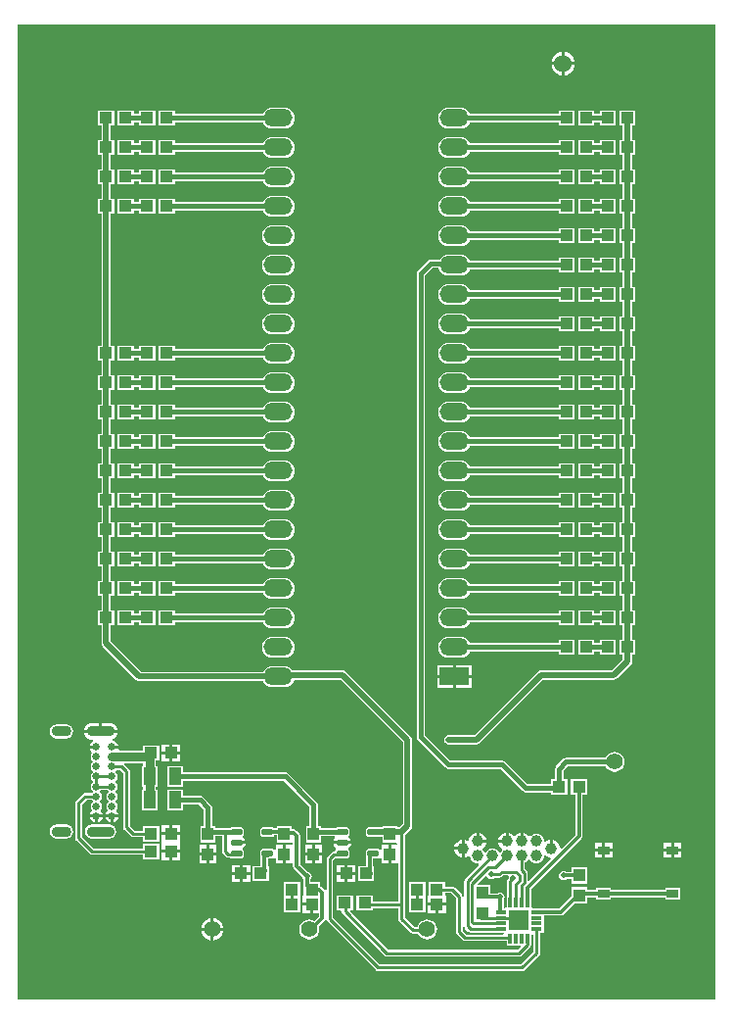
<source format=gtl>
G04*
G04 #@! TF.GenerationSoftware,Altium Limited,Altium Designer,19.1.8 (144)*
G04*
G04 Layer_Physical_Order=1*
G04 Layer_Color=255*
%FSLAX25Y25*%
%MOIN*%
G70*
G01*
G75*
%ADD11C,0.01000*%
%ADD14C,0.03000*%
%ADD17C,0.02000*%
%ADD19C,0.01181*%
%ADD38C,0.03937*%
%ADD39R,0.04000X0.03000*%
%ADD40R,0.03937X0.05906*%
%ADD41R,0.03937X0.04331*%
%ADD42R,0.04331X0.03937*%
%ADD43R,0.03543X0.01181*%
%ADD44R,0.01181X0.03543*%
%ADD45R,0.07087X0.07087*%
G04:AMPARAMS|DCode=46|XSize=39.37mil|YSize=21.65mil|CornerRadius=5.41mil|HoleSize=0mil|Usage=FLASHONLY|Rotation=0.000|XOffset=0mil|YOffset=0mil|HoleType=Round|Shape=RoundedRectangle|*
%AMROUNDEDRECTD46*
21,1,0.03937,0.01083,0,0,0.0*
21,1,0.02854,0.02165,0,0,0.0*
1,1,0.01083,0.01427,-0.00541*
1,1,0.01083,-0.01427,-0.00541*
1,1,0.01083,-0.01427,0.00541*
1,1,0.01083,0.01427,0.00541*
%
%ADD46ROUNDEDRECTD46*%
%ADD47C,0.01575*%
%ADD48C,0.01500*%
%ADD49C,0.06000*%
%ADD50O,0.09843X0.05906*%
%ADD51R,0.09843X0.05906*%
%ADD52C,0.05512*%
%ADD53O,0.06693X0.03543*%
%ADD54O,0.09449X0.03543*%
%ADD55O,0.02559X0.02441*%
%ADD56C,0.01968*%
G36*
X408879Y157122D02*
X171122D01*
Y488878D01*
X408879Y488878D01*
Y157122D01*
D02*
G37*
%LPC*%
G36*
X357500Y479469D02*
Y476000D01*
X360969D01*
X360897Y476544D01*
X360494Y477517D01*
X359853Y478353D01*
X359017Y478994D01*
X358044Y479397D01*
X357500Y479469D01*
D02*
G37*
G36*
X356500D02*
X355956Y479397D01*
X354983Y478994D01*
X354147Y478353D01*
X353506Y477517D01*
X353103Y476544D01*
X353031Y476000D01*
X356500D01*
Y479469D01*
D02*
G37*
G36*
X360969Y475000D02*
X357500D01*
Y471531D01*
X358044Y471603D01*
X359017Y472006D01*
X359853Y472647D01*
X360494Y473483D01*
X360897Y474456D01*
X360969Y475000D01*
D02*
G37*
G36*
X356500D02*
X353031D01*
X353103Y474456D01*
X353506Y473483D01*
X354147Y472647D01*
X354983Y472006D01*
X355956Y471603D01*
X356500Y471531D01*
Y475000D01*
D02*
G37*
G36*
X374919Y459569D02*
X369388D01*
Y458415D01*
X367612D01*
Y459569D01*
X362081D01*
Y454431D01*
X367612D01*
Y455585D01*
X369388D01*
Y454431D01*
X374919D01*
Y459569D01*
D02*
G37*
G36*
X261968Y460583D02*
X258032D01*
X257104Y460461D01*
X256240Y460103D01*
X255498Y459534D01*
X254928Y458792D01*
X254772Y458415D01*
X224765D01*
Y459569D01*
X219235D01*
Y454431D01*
X224765D01*
Y455585D01*
X254772D01*
X254928Y455208D01*
X255498Y454466D01*
X256240Y453897D01*
X257104Y453539D01*
X258032Y453417D01*
X261968D01*
X262896Y453539D01*
X263760Y453897D01*
X264502Y454466D01*
X265072Y455208D01*
X265430Y456073D01*
X265552Y457000D01*
X265430Y457928D01*
X265072Y458792D01*
X264502Y459534D01*
X263760Y460103D01*
X262896Y460461D01*
X261968Y460583D01*
D02*
G37*
G36*
X218072Y459569D02*
X212542D01*
Y458415D01*
X210765D01*
Y459569D01*
X205235D01*
Y454431D01*
X210765D01*
Y455585D01*
X212542D01*
Y454431D01*
X218072D01*
Y459569D01*
D02*
G37*
G36*
X321969Y460583D02*
X318032D01*
X317104Y460461D01*
X316240Y460103D01*
X315498Y459534D01*
X314928Y458792D01*
X314570Y457928D01*
X314448Y457000D01*
X314570Y456073D01*
X314928Y455208D01*
X315498Y454466D01*
X316240Y453897D01*
X317104Y453539D01*
X318032Y453417D01*
X321969D01*
X322896Y453539D01*
X323760Y453897D01*
X324502Y454466D01*
X325072Y455208D01*
X325228Y455585D01*
X355388D01*
Y454431D01*
X360919D01*
Y459569D01*
X355388D01*
Y458415D01*
X325228D01*
X325072Y458792D01*
X324502Y459534D01*
X323760Y460103D01*
X322896Y460461D01*
X321969Y460583D01*
D02*
G37*
G36*
X374919Y449569D02*
X369388D01*
Y448415D01*
X367612D01*
Y449569D01*
X362081D01*
Y444431D01*
X367612D01*
Y445585D01*
X369388D01*
Y444431D01*
X374919D01*
Y449569D01*
D02*
G37*
G36*
X261968Y450583D02*
X258032D01*
X257104Y450461D01*
X256240Y450103D01*
X255498Y449534D01*
X254928Y448792D01*
X254772Y448415D01*
X224765D01*
Y449569D01*
X219235D01*
Y444431D01*
X224765D01*
Y445585D01*
X254772D01*
X254928Y445208D01*
X255498Y444466D01*
X256240Y443897D01*
X257104Y443539D01*
X258032Y443417D01*
X261968D01*
X262896Y443539D01*
X263760Y443897D01*
X264502Y444466D01*
X265072Y445208D01*
X265430Y446072D01*
X265552Y447000D01*
X265430Y447928D01*
X265072Y448792D01*
X264502Y449534D01*
X263760Y450103D01*
X262896Y450461D01*
X261968Y450583D01*
D02*
G37*
G36*
X218072Y449569D02*
X212542D01*
Y448415D01*
X210765D01*
Y449569D01*
X205235D01*
Y444431D01*
X210765D01*
Y445585D01*
X212542D01*
Y444431D01*
X218072D01*
Y449569D01*
D02*
G37*
G36*
X321969Y450583D02*
X318032D01*
X317104Y450461D01*
X316240Y450103D01*
X315498Y449534D01*
X314928Y448792D01*
X314570Y447928D01*
X314448Y447000D01*
X314570Y446072D01*
X314928Y445208D01*
X315498Y444466D01*
X316240Y443897D01*
X317104Y443539D01*
X318032Y443417D01*
X321969D01*
X322896Y443539D01*
X323760Y443897D01*
X324502Y444466D01*
X325072Y445208D01*
X325228Y445585D01*
X355388D01*
Y444431D01*
X360919D01*
Y449569D01*
X355388D01*
Y448415D01*
X325228D01*
X325072Y448792D01*
X324502Y449534D01*
X323760Y450103D01*
X322896Y450461D01*
X321969Y450583D01*
D02*
G37*
G36*
X374919Y439569D02*
X369388D01*
Y438415D01*
X367612D01*
Y439569D01*
X362081D01*
Y434432D01*
X367612D01*
Y435585D01*
X369388D01*
Y434432D01*
X374919D01*
Y439569D01*
D02*
G37*
G36*
X261968Y440583D02*
X258032D01*
X257104Y440461D01*
X256240Y440103D01*
X255498Y439534D01*
X254928Y438792D01*
X254772Y438415D01*
X224765D01*
Y439569D01*
X219235D01*
Y434432D01*
X224765D01*
Y435585D01*
X254772D01*
X254928Y435208D01*
X255498Y434466D01*
X256240Y433897D01*
X257104Y433539D01*
X258032Y433417D01*
X261968D01*
X262896Y433539D01*
X263760Y433897D01*
X264502Y434466D01*
X265072Y435208D01*
X265430Y436072D01*
X265552Y437000D01*
X265430Y437927D01*
X265072Y438792D01*
X264502Y439534D01*
X263760Y440103D01*
X262896Y440461D01*
X261968Y440583D01*
D02*
G37*
G36*
X218072Y439569D02*
X212542D01*
Y438415D01*
X210765D01*
Y439569D01*
X205235D01*
Y434432D01*
X210765D01*
Y435585D01*
X212542D01*
Y434432D01*
X218072D01*
Y439569D01*
D02*
G37*
G36*
X321969Y440583D02*
X318032D01*
X317104Y440461D01*
X316240Y440103D01*
X315498Y439534D01*
X314928Y438792D01*
X314570Y437927D01*
X314448Y437000D01*
X314570Y436072D01*
X314928Y435208D01*
X315498Y434466D01*
X316240Y433897D01*
X317104Y433539D01*
X318032Y433417D01*
X321969D01*
X322896Y433539D01*
X323760Y433897D01*
X324502Y434466D01*
X325072Y435208D01*
X325228Y435585D01*
X355388D01*
Y434432D01*
X360919D01*
Y439569D01*
X355388D01*
Y438415D01*
X325228D01*
X325072Y438792D01*
X324502Y439534D01*
X323760Y440103D01*
X322896Y440461D01*
X321969Y440583D01*
D02*
G37*
G36*
X374919Y429568D02*
X369388D01*
Y428415D01*
X367612D01*
Y429568D01*
X362081D01*
Y424432D01*
X367612D01*
Y425585D01*
X369388D01*
Y424432D01*
X374919D01*
Y429568D01*
D02*
G37*
G36*
X261968Y430583D02*
X258032D01*
X257104Y430461D01*
X256240Y430103D01*
X255498Y429534D01*
X254928Y428792D01*
X254772Y428415D01*
X224765D01*
Y429568D01*
X219235D01*
Y424432D01*
X224765D01*
Y425585D01*
X254772D01*
X254928Y425208D01*
X255498Y424466D01*
X256240Y423897D01*
X257104Y423539D01*
X258032Y423417D01*
X261968D01*
X262896Y423539D01*
X263760Y423897D01*
X264502Y424466D01*
X265072Y425208D01*
X265430Y426073D01*
X265552Y427000D01*
X265430Y427927D01*
X265072Y428792D01*
X264502Y429534D01*
X263760Y430103D01*
X262896Y430461D01*
X261968Y430583D01*
D02*
G37*
G36*
X218072Y429568D02*
X212542D01*
Y428415D01*
X210765D01*
Y429568D01*
X205235D01*
Y424432D01*
X210765D01*
Y425585D01*
X212542D01*
Y424432D01*
X218072D01*
Y429568D01*
D02*
G37*
G36*
X321969Y430583D02*
X318032D01*
X317104Y430461D01*
X316240Y430103D01*
X315498Y429534D01*
X314928Y428792D01*
X314570Y427927D01*
X314448Y427000D01*
X314570Y426073D01*
X314928Y425208D01*
X315498Y424466D01*
X316240Y423897D01*
X317104Y423539D01*
X318032Y423417D01*
X321969D01*
X322896Y423539D01*
X323760Y423897D01*
X324502Y424466D01*
X325072Y425208D01*
X325228Y425585D01*
X355388D01*
Y424432D01*
X360919D01*
Y429568D01*
X355388D01*
Y428415D01*
X325228D01*
X325072Y428792D01*
X324502Y429534D01*
X323760Y430103D01*
X322896Y430461D01*
X321969Y430583D01*
D02*
G37*
G36*
X374919Y419568D02*
X369388D01*
Y418415D01*
X367612D01*
Y419568D01*
X362081D01*
Y414431D01*
X367612D01*
Y415585D01*
X369388D01*
Y414431D01*
X374919D01*
Y419568D01*
D02*
G37*
G36*
X321969Y420583D02*
X318032D01*
X317104Y420461D01*
X316240Y420103D01*
X315498Y419534D01*
X314928Y418792D01*
X314570Y417928D01*
X314448Y417000D01*
X314570Y416073D01*
X314928Y415208D01*
X315498Y414466D01*
X316240Y413897D01*
X317104Y413539D01*
X318032Y413417D01*
X321969D01*
X322896Y413539D01*
X323760Y413897D01*
X324502Y414466D01*
X325072Y415208D01*
X325228Y415585D01*
X355388D01*
Y414431D01*
X360919D01*
Y419568D01*
X355388D01*
Y418415D01*
X325228D01*
X325072Y418792D01*
X324502Y419534D01*
X323760Y420103D01*
X322896Y420461D01*
X321969Y420583D01*
D02*
G37*
G36*
X261968D02*
X258032D01*
X257104Y420461D01*
X256240Y420103D01*
X255498Y419534D01*
X254928Y418792D01*
X254570Y417928D01*
X254448Y417000D01*
X254570Y416073D01*
X254928Y415208D01*
X255498Y414466D01*
X256240Y413897D01*
X257104Y413539D01*
X258032Y413417D01*
X261968D01*
X262896Y413539D01*
X263760Y413897D01*
X264502Y414466D01*
X265072Y415208D01*
X265430Y416073D01*
X265552Y417000D01*
X265430Y417928D01*
X265072Y418792D01*
X264502Y419534D01*
X263760Y420103D01*
X262896Y420461D01*
X261968Y420583D01*
D02*
G37*
G36*
X374919Y409569D02*
X369388D01*
Y408415D01*
X367612D01*
Y409569D01*
X362081D01*
Y404431D01*
X367612D01*
Y405585D01*
X369388D01*
Y404431D01*
X374919D01*
Y409569D01*
D02*
G37*
G36*
X321969Y410583D02*
X318032D01*
X317104Y410461D01*
X316240Y410103D01*
X315498Y409534D01*
X315022Y408915D01*
X312000D01*
X311459Y408807D01*
X311000Y408500D01*
X307500Y405000D01*
X307500Y405000D01*
X307193Y404541D01*
X307085Y404000D01*
X307085Y246500D01*
X307193Y245959D01*
X307500Y245500D01*
X317000Y236000D01*
X317459Y235693D01*
X318000Y235585D01*
X335692D01*
X343278Y228000D01*
X343737Y227693D01*
X344278Y227585D01*
X352888D01*
Y226932D01*
X358419D01*
Y232068D01*
X357068D01*
Y235068D01*
X358586Y236585D01*
X371453D01*
X371569Y236308D01*
X372107Y235607D01*
X372808Y235069D01*
X373624Y234731D01*
X374500Y234615D01*
X375376Y234731D01*
X376192Y235069D01*
X376893Y235607D01*
X377431Y236308D01*
X377769Y237124D01*
X377885Y238000D01*
X377769Y238876D01*
X377431Y239692D01*
X376893Y240393D01*
X376192Y240931D01*
X375376Y241269D01*
X374500Y241385D01*
X373624Y241269D01*
X372808Y240931D01*
X372107Y240393D01*
X371569Y239692D01*
X371453Y239415D01*
X358000D01*
X357459Y239307D01*
X357000Y239000D01*
X354653Y236654D01*
X354347Y236195D01*
X354239Y235653D01*
Y232068D01*
X352888D01*
Y230415D01*
X344864D01*
X337279Y238000D01*
X336820Y238307D01*
X336278Y238415D01*
X318586D01*
X309915Y247086D01*
X309915Y403414D01*
X312586Y406085D01*
X314568D01*
X314570Y406073D01*
X314928Y405208D01*
X315498Y404466D01*
X316240Y403897D01*
X317104Y403539D01*
X318032Y403417D01*
X321969D01*
X322896Y403539D01*
X323760Y403897D01*
X324502Y404466D01*
X325072Y405208D01*
X325228Y405585D01*
X355388D01*
Y404431D01*
X360919D01*
Y409569D01*
X355388D01*
Y408415D01*
X325228D01*
X325072Y408792D01*
X324502Y409534D01*
X323760Y410103D01*
X322896Y410461D01*
X321969Y410583D01*
D02*
G37*
G36*
X261968D02*
X258032D01*
X257104Y410461D01*
X256240Y410103D01*
X255498Y409534D01*
X254928Y408792D01*
X254570Y407927D01*
X254448Y407000D01*
X254570Y406073D01*
X254928Y405208D01*
X255498Y404466D01*
X256240Y403897D01*
X257104Y403539D01*
X258032Y403417D01*
X261968D01*
X262896Y403539D01*
X263760Y403897D01*
X264502Y404466D01*
X265072Y405208D01*
X265430Y406073D01*
X265552Y407000D01*
X265430Y407927D01*
X265072Y408792D01*
X264502Y409534D01*
X263760Y410103D01*
X262896Y410461D01*
X261968Y410583D01*
D02*
G37*
G36*
X374919Y399569D02*
X369388D01*
Y398415D01*
X367612D01*
Y399569D01*
X362081D01*
Y394431D01*
X367612D01*
Y395585D01*
X369388D01*
Y394431D01*
X374919D01*
Y399569D01*
D02*
G37*
G36*
X321969Y400583D02*
X318032D01*
X317104Y400461D01*
X316240Y400103D01*
X315498Y399534D01*
X314928Y398792D01*
X314570Y397927D01*
X314448Y397000D01*
X314570Y396073D01*
X314928Y395208D01*
X315498Y394466D01*
X316240Y393897D01*
X317104Y393539D01*
X318032Y393417D01*
X321969D01*
X322896Y393539D01*
X323760Y393897D01*
X324502Y394466D01*
X325072Y395208D01*
X325228Y395585D01*
X355388D01*
Y394431D01*
X360919D01*
Y399569D01*
X355388D01*
Y398415D01*
X325228D01*
X325072Y398792D01*
X324502Y399534D01*
X323760Y400103D01*
X322896Y400461D01*
X321969Y400583D01*
D02*
G37*
G36*
X261968D02*
X258032D01*
X257104Y400461D01*
X256240Y400103D01*
X255498Y399534D01*
X254928Y398792D01*
X254570Y397927D01*
X254448Y397000D01*
X254570Y396073D01*
X254928Y395208D01*
X255498Y394466D01*
X256240Y393897D01*
X257104Y393539D01*
X258032Y393417D01*
X261968D01*
X262896Y393539D01*
X263760Y393897D01*
X264502Y394466D01*
X265072Y395208D01*
X265430Y396073D01*
X265552Y397000D01*
X265430Y397927D01*
X265072Y398792D01*
X264502Y399534D01*
X263760Y400103D01*
X262896Y400461D01*
X261968Y400583D01*
D02*
G37*
G36*
X374919Y389568D02*
X369388D01*
Y388415D01*
X367612D01*
Y389568D01*
X362081D01*
Y384432D01*
X367612D01*
Y385585D01*
X369388D01*
Y384432D01*
X374919D01*
Y389568D01*
D02*
G37*
G36*
X321969Y390583D02*
X318032D01*
X317104Y390461D01*
X316240Y390103D01*
X315498Y389534D01*
X314928Y388792D01*
X314570Y387927D01*
X314448Y387000D01*
X314570Y386072D01*
X314928Y385208D01*
X315498Y384466D01*
X316240Y383897D01*
X317104Y383539D01*
X318032Y383417D01*
X321969D01*
X322896Y383539D01*
X323760Y383897D01*
X324502Y384466D01*
X325072Y385208D01*
X325228Y385585D01*
X355388D01*
Y384432D01*
X360919D01*
Y389568D01*
X355388D01*
Y388415D01*
X325228D01*
X325072Y388792D01*
X324502Y389534D01*
X323760Y390103D01*
X322896Y390461D01*
X321969Y390583D01*
D02*
G37*
G36*
X261968Y390583D02*
X258032D01*
X257104Y390461D01*
X256240Y390103D01*
X255498Y389534D01*
X254928Y388792D01*
X254570Y387927D01*
X254448Y387000D01*
X254570Y386073D01*
X254928Y385208D01*
X255498Y384466D01*
X256240Y383897D01*
X257104Y383539D01*
X258032Y383417D01*
X261968D01*
X262896Y383539D01*
X263760Y383897D01*
X264502Y384466D01*
X265072Y385208D01*
X265430Y386073D01*
X265552Y387000D01*
X265430Y387927D01*
X265072Y388792D01*
X264502Y389534D01*
X263760Y390103D01*
X262896Y390461D01*
X261968Y390583D01*
D02*
G37*
G36*
X374919Y379569D02*
X369388D01*
Y378415D01*
X367612D01*
Y379569D01*
X362081D01*
Y374431D01*
X367612D01*
Y375585D01*
X369388D01*
Y374431D01*
X374919D01*
Y379569D01*
D02*
G37*
G36*
X261968Y380583D02*
X258032D01*
X257104Y380461D01*
X256240Y380103D01*
X255498Y379534D01*
X254928Y378792D01*
X254772Y378415D01*
X224765D01*
Y379569D01*
X219235D01*
Y374431D01*
X224765D01*
Y375585D01*
X254772D01*
X254928Y375208D01*
X255498Y374466D01*
X256240Y373897D01*
X257104Y373539D01*
X258032Y373417D01*
X261968D01*
X262896Y373539D01*
X263760Y373897D01*
X264502Y374466D01*
X265072Y375208D01*
X265430Y376073D01*
X265552Y377000D01*
X265430Y377927D01*
X265072Y378792D01*
X264502Y379534D01*
X263760Y380103D01*
X262896Y380461D01*
X261968Y380583D01*
D02*
G37*
G36*
X218072Y379569D02*
X212542D01*
Y378415D01*
X210765D01*
Y379569D01*
X205235D01*
Y374431D01*
X210765D01*
Y375585D01*
X212542D01*
Y374431D01*
X218072D01*
Y379569D01*
D02*
G37*
G36*
X321969Y380583D02*
X318032D01*
X317104Y380461D01*
X316240Y380103D01*
X315498Y379534D01*
X314928Y378792D01*
X314570Y377927D01*
X314448Y377000D01*
X314570Y376073D01*
X314928Y375208D01*
X315498Y374466D01*
X316240Y373897D01*
X317104Y373539D01*
X318032Y373417D01*
X321969D01*
X322896Y373539D01*
X323760Y373897D01*
X324502Y374466D01*
X325072Y375208D01*
X325228Y375585D01*
X355388D01*
Y374431D01*
X360919D01*
Y379569D01*
X355388D01*
Y378415D01*
X325228D01*
X325072Y378792D01*
X324502Y379534D01*
X323760Y380103D01*
X322896Y380461D01*
X321969Y380583D01*
D02*
G37*
G36*
X374919Y369568D02*
X369388D01*
Y368415D01*
X367612D01*
Y369568D01*
X362081D01*
Y364432D01*
X367612D01*
Y365585D01*
X369388D01*
Y364432D01*
X374919D01*
Y369568D01*
D02*
G37*
G36*
X261968Y370583D02*
X258032D01*
X257104Y370461D01*
X256240Y370103D01*
X255498Y369534D01*
X254928Y368792D01*
X254772Y368415D01*
X224765D01*
Y369568D01*
X219235D01*
Y364432D01*
X224765D01*
Y365585D01*
X254772D01*
X254928Y365208D01*
X255498Y364466D01*
X256240Y363897D01*
X257104Y363539D01*
X258032Y363417D01*
X261968D01*
X262896Y363539D01*
X263760Y363897D01*
X264502Y364466D01*
X265072Y365208D01*
X265430Y366073D01*
X265552Y367000D01*
X265430Y367927D01*
X265072Y368792D01*
X264502Y369534D01*
X263760Y370103D01*
X262896Y370461D01*
X261968Y370583D01*
D02*
G37*
G36*
X218072Y369568D02*
X212542D01*
Y368415D01*
X210765D01*
Y369568D01*
X205235D01*
Y364432D01*
X210765D01*
Y365585D01*
X212542D01*
Y364432D01*
X218072D01*
Y369568D01*
D02*
G37*
G36*
X321969Y370583D02*
X318032D01*
X317104Y370461D01*
X316240Y370103D01*
X315498Y369534D01*
X314928Y368792D01*
X314570Y367927D01*
X314448Y367000D01*
X314570Y366073D01*
X314928Y365208D01*
X315498Y364466D01*
X316240Y363897D01*
X317104Y363539D01*
X318032Y363417D01*
X321969D01*
X322896Y363539D01*
X323760Y363897D01*
X324502Y364466D01*
X325072Y365208D01*
X325228Y365585D01*
X355388D01*
Y364432D01*
X360919D01*
Y369568D01*
X355388D01*
Y368415D01*
X325228D01*
X325072Y368792D01*
X324502Y369534D01*
X323760Y370103D01*
X322896Y370461D01*
X321969Y370583D01*
D02*
G37*
G36*
X374919Y359569D02*
X369388D01*
Y358415D01*
X367612D01*
Y359569D01*
X362081D01*
Y354432D01*
X367612D01*
Y355585D01*
X369388D01*
Y354432D01*
X374919D01*
Y359569D01*
D02*
G37*
G36*
X261968Y360583D02*
X258032D01*
X257104Y360461D01*
X256240Y360103D01*
X255498Y359534D01*
X254928Y358792D01*
X254772Y358415D01*
X224765D01*
Y359569D01*
X219235D01*
Y354432D01*
X224765D01*
Y355585D01*
X254772D01*
X254928Y355208D01*
X255498Y354466D01*
X256240Y353897D01*
X257104Y353539D01*
X258032Y353417D01*
X261968D01*
X262896Y353539D01*
X263760Y353897D01*
X264502Y354466D01*
X265072Y355208D01*
X265430Y356073D01*
X265552Y357000D01*
X265430Y357927D01*
X265072Y358792D01*
X264502Y359534D01*
X263760Y360103D01*
X262896Y360461D01*
X261968Y360583D01*
D02*
G37*
G36*
X218072Y359569D02*
X212542D01*
Y358415D01*
X210765D01*
Y359569D01*
X205235D01*
Y354432D01*
X210765D01*
Y355585D01*
X212542D01*
Y354432D01*
X218072D01*
Y359569D01*
D02*
G37*
G36*
X321969Y360583D02*
X318032D01*
X317104Y360461D01*
X316240Y360103D01*
X315498Y359534D01*
X314928Y358792D01*
X314570Y357927D01*
X314448Y357000D01*
X314570Y356073D01*
X314928Y355208D01*
X315498Y354466D01*
X316240Y353897D01*
X317104Y353539D01*
X318032Y353417D01*
X321969D01*
X322896Y353539D01*
X323760Y353897D01*
X324502Y354466D01*
X325072Y355208D01*
X325228Y355585D01*
X355388D01*
Y354432D01*
X360919D01*
Y359569D01*
X355388D01*
Y358415D01*
X325228D01*
X325072Y358792D01*
X324502Y359534D01*
X323760Y360103D01*
X322896Y360461D01*
X321969Y360583D01*
D02*
G37*
G36*
X374919Y349569D02*
X369388D01*
Y348415D01*
X367612D01*
Y349569D01*
X362081D01*
Y344431D01*
X367612D01*
Y345585D01*
X369388D01*
Y344431D01*
X374919D01*
Y349569D01*
D02*
G37*
G36*
X261968Y350583D02*
X258032D01*
X257104Y350461D01*
X256240Y350103D01*
X255498Y349534D01*
X254928Y348792D01*
X254772Y348415D01*
X224765D01*
Y349569D01*
X219235D01*
Y344431D01*
X224765D01*
Y345585D01*
X254772D01*
X254928Y345208D01*
X255498Y344466D01*
X256240Y343897D01*
X257104Y343539D01*
X258032Y343417D01*
X261968D01*
X262896Y343539D01*
X263760Y343897D01*
X264502Y344466D01*
X265072Y345208D01*
X265430Y346073D01*
X265552Y347000D01*
X265430Y347927D01*
X265072Y348792D01*
X264502Y349534D01*
X263760Y350103D01*
X262896Y350461D01*
X261968Y350583D01*
D02*
G37*
G36*
X218072Y349569D02*
X212542D01*
Y348415D01*
X210765D01*
Y349569D01*
X205235D01*
Y344431D01*
X210765D01*
Y345585D01*
X212542D01*
Y344431D01*
X218072D01*
Y349569D01*
D02*
G37*
G36*
X321969Y350583D02*
X318032D01*
X317104Y350461D01*
X316240Y350103D01*
X315498Y349534D01*
X314928Y348792D01*
X314570Y347927D01*
X314448Y347000D01*
X314570Y346073D01*
X314928Y345208D01*
X315498Y344466D01*
X316240Y343897D01*
X317104Y343539D01*
X318032Y343417D01*
X321969D01*
X322896Y343539D01*
X323760Y343897D01*
X324502Y344466D01*
X325072Y345208D01*
X325228Y345585D01*
X355388D01*
Y344431D01*
X360919D01*
Y349569D01*
X355388D01*
Y348415D01*
X325228D01*
X325072Y348792D01*
X324502Y349534D01*
X323760Y350103D01*
X322896Y350461D01*
X321969Y350583D01*
D02*
G37*
G36*
X374919Y339568D02*
X369388D01*
Y338415D01*
X367612D01*
Y339568D01*
X362081D01*
Y334432D01*
X367612D01*
Y335585D01*
X369388D01*
Y334432D01*
X374919D01*
Y339568D01*
D02*
G37*
G36*
X261968Y340583D02*
X258032D01*
X257104Y340461D01*
X256240Y340103D01*
X255498Y339534D01*
X254928Y338792D01*
X254772Y338415D01*
X224765D01*
Y339568D01*
X219235D01*
Y334432D01*
X224765D01*
Y335585D01*
X254772D01*
X254928Y335208D01*
X255498Y334466D01*
X256240Y333897D01*
X257104Y333539D01*
X258032Y333417D01*
X261968D01*
X262896Y333539D01*
X263760Y333897D01*
X264502Y334466D01*
X265072Y335208D01*
X265430Y336073D01*
X265552Y337000D01*
X265430Y337927D01*
X265072Y338792D01*
X264502Y339534D01*
X263760Y340103D01*
X262896Y340461D01*
X261968Y340583D01*
D02*
G37*
G36*
X218072Y339568D02*
X212542D01*
Y338415D01*
X210765D01*
Y339568D01*
X205235D01*
Y334432D01*
X210765D01*
Y335585D01*
X212542D01*
Y334432D01*
X218072D01*
Y339568D01*
D02*
G37*
G36*
X321969Y340583D02*
X318032D01*
X317104Y340461D01*
X316240Y340103D01*
X315498Y339534D01*
X314928Y338792D01*
X314570Y337927D01*
X314448Y337000D01*
X314570Y336072D01*
X314928Y335208D01*
X315498Y334466D01*
X316240Y333897D01*
X317104Y333539D01*
X318032Y333417D01*
X321969D01*
X322896Y333539D01*
X323760Y333897D01*
X324502Y334466D01*
X325072Y335208D01*
X325228Y335585D01*
X355388D01*
Y334432D01*
X360919D01*
Y339568D01*
X355388D01*
Y338415D01*
X325228D01*
X325072Y338792D01*
X324502Y339534D01*
X323760Y340103D01*
X322896Y340461D01*
X321969Y340583D01*
D02*
G37*
G36*
X374919Y329569D02*
X369388D01*
Y328415D01*
X367612D01*
Y329569D01*
X362081D01*
Y324431D01*
X367612D01*
Y325585D01*
X369388D01*
Y324431D01*
X374919D01*
Y329569D01*
D02*
G37*
G36*
X261968Y330583D02*
X258032D01*
X257104Y330461D01*
X256240Y330103D01*
X255498Y329534D01*
X254928Y328792D01*
X254772Y328415D01*
X224765D01*
Y329569D01*
X219235D01*
Y324431D01*
X224765D01*
Y325585D01*
X254772D01*
X254928Y325208D01*
X255498Y324466D01*
X256240Y323897D01*
X257104Y323539D01*
X258032Y323417D01*
X261968D01*
X262896Y323539D01*
X263760Y323897D01*
X264502Y324466D01*
X265072Y325208D01*
X265430Y326073D01*
X265552Y327000D01*
X265430Y327927D01*
X265072Y328792D01*
X264502Y329534D01*
X263760Y330103D01*
X262896Y330461D01*
X261968Y330583D01*
D02*
G37*
G36*
X218072Y329569D02*
X212542D01*
Y328415D01*
X210765D01*
Y329569D01*
X205235D01*
Y324431D01*
X210765D01*
Y325585D01*
X212542D01*
Y324431D01*
X218072D01*
Y329569D01*
D02*
G37*
G36*
X321969Y330583D02*
X318032D01*
X317104Y330461D01*
X316240Y330103D01*
X315498Y329534D01*
X314928Y328792D01*
X314570Y327927D01*
X314448Y327000D01*
X314570Y326073D01*
X314928Y325208D01*
X315498Y324466D01*
X316240Y323897D01*
X317104Y323539D01*
X318032Y323417D01*
X321969D01*
X322896Y323539D01*
X323760Y323897D01*
X324502Y324466D01*
X325072Y325208D01*
X325228Y325585D01*
X355388D01*
Y324431D01*
X360919D01*
Y329569D01*
X355388D01*
Y328415D01*
X325228D01*
X325072Y328792D01*
X324502Y329534D01*
X323760Y330103D01*
X322896Y330461D01*
X321969Y330583D01*
D02*
G37*
G36*
X374919Y319568D02*
X369388D01*
Y318415D01*
X367612D01*
Y319568D01*
X362081D01*
Y314432D01*
X367612D01*
Y315585D01*
X369388D01*
Y314432D01*
X374919D01*
Y319568D01*
D02*
G37*
G36*
X261968Y320583D02*
X258032D01*
X257104Y320461D01*
X256240Y320103D01*
X255498Y319534D01*
X254928Y318792D01*
X254772Y318415D01*
X224765D01*
Y319568D01*
X219235D01*
Y314432D01*
X224765D01*
Y315585D01*
X254772D01*
X254928Y315208D01*
X255498Y314466D01*
X256240Y313897D01*
X257104Y313539D01*
X258032Y313417D01*
X261968D01*
X262896Y313539D01*
X263760Y313897D01*
X264502Y314466D01*
X265072Y315208D01*
X265430Y316073D01*
X265552Y317000D01*
X265430Y317927D01*
X265072Y318792D01*
X264502Y319534D01*
X263760Y320103D01*
X262896Y320461D01*
X261968Y320583D01*
D02*
G37*
G36*
X218072Y319568D02*
X212542D01*
Y318415D01*
X210765D01*
Y319568D01*
X205235D01*
Y314432D01*
X210765D01*
Y315585D01*
X212542D01*
Y314432D01*
X218072D01*
Y319568D01*
D02*
G37*
G36*
X321969Y320583D02*
X318032D01*
X317104Y320461D01*
X316240Y320103D01*
X315498Y319534D01*
X314928Y318792D01*
X314570Y317927D01*
X314448Y317000D01*
X314570Y316073D01*
X314928Y315208D01*
X315498Y314466D01*
X316240Y313897D01*
X317104Y313539D01*
X318032Y313417D01*
X321969D01*
X322896Y313539D01*
X323760Y313897D01*
X324502Y314466D01*
X325072Y315208D01*
X325228Y315585D01*
X355388D01*
Y314432D01*
X360919D01*
Y319568D01*
X355388D01*
Y318415D01*
X325228D01*
X325072Y318792D01*
X324502Y319534D01*
X323760Y320103D01*
X322896Y320461D01*
X321969Y320583D01*
D02*
G37*
G36*
X374919Y309569D02*
X369388D01*
Y308415D01*
X367612D01*
Y309569D01*
X362081D01*
Y304432D01*
X367612D01*
Y305585D01*
X369388D01*
Y304432D01*
X374919D01*
Y309569D01*
D02*
G37*
G36*
X261968Y310583D02*
X258032D01*
X257104Y310461D01*
X256240Y310103D01*
X255498Y309534D01*
X254928Y308792D01*
X254772Y308415D01*
X224765D01*
Y309569D01*
X219235D01*
Y304432D01*
X224765D01*
Y305585D01*
X254772D01*
X254928Y305208D01*
X255498Y304466D01*
X256240Y303897D01*
X257104Y303539D01*
X258032Y303417D01*
X261968D01*
X262896Y303539D01*
X263760Y303897D01*
X264502Y304466D01*
X265072Y305208D01*
X265430Y306073D01*
X265552Y307000D01*
X265430Y307927D01*
X265072Y308792D01*
X264502Y309534D01*
X263760Y310103D01*
X262896Y310461D01*
X261968Y310583D01*
D02*
G37*
G36*
X218072Y309569D02*
X212542D01*
Y308415D01*
X210765D01*
Y309569D01*
X205235D01*
Y304432D01*
X210765D01*
Y305585D01*
X212542D01*
Y304432D01*
X218072D01*
Y309569D01*
D02*
G37*
G36*
X321969Y310583D02*
X318032D01*
X317104Y310461D01*
X316240Y310103D01*
X315498Y309534D01*
X314928Y308792D01*
X314570Y307927D01*
X314448Y307000D01*
X314570Y306073D01*
X314928Y305208D01*
X315498Y304466D01*
X316240Y303897D01*
X317104Y303539D01*
X318032Y303417D01*
X321969D01*
X322896Y303539D01*
X323760Y303897D01*
X324502Y304466D01*
X325072Y305208D01*
X325228Y305585D01*
X355388D01*
Y304432D01*
X360919D01*
Y309569D01*
X355388D01*
Y308415D01*
X325228D01*
X325072Y308792D01*
X324502Y309534D01*
X323760Y310103D01*
X322896Y310461D01*
X321969Y310583D01*
D02*
G37*
G36*
X374919Y299569D02*
X369388D01*
Y298415D01*
X367612D01*
Y299569D01*
X362081D01*
Y294431D01*
X367612D01*
Y295585D01*
X369388D01*
Y294431D01*
X374919D01*
Y299569D01*
D02*
G37*
G36*
X261968Y300583D02*
X258032D01*
X257104Y300461D01*
X256240Y300103D01*
X255498Y299534D01*
X254928Y298792D01*
X254772Y298415D01*
X224765D01*
Y299569D01*
X219235D01*
Y294431D01*
X224765D01*
Y295585D01*
X254772D01*
X254928Y295208D01*
X255498Y294466D01*
X256240Y293897D01*
X257104Y293539D01*
X258032Y293417D01*
X261968D01*
X262896Y293539D01*
X263760Y293897D01*
X264502Y294466D01*
X265072Y295208D01*
X265430Y296073D01*
X265552Y297000D01*
X265430Y297927D01*
X265072Y298792D01*
X264502Y299534D01*
X263760Y300103D01*
X262896Y300461D01*
X261968Y300583D01*
D02*
G37*
G36*
X218072Y299569D02*
X212542D01*
Y298415D01*
X210765D01*
Y299569D01*
X205235D01*
Y294431D01*
X210765D01*
Y295585D01*
X212542D01*
Y294431D01*
X218072D01*
Y299569D01*
D02*
G37*
G36*
X321969Y300583D02*
X318032D01*
X317104Y300461D01*
X316240Y300103D01*
X315498Y299534D01*
X314928Y298792D01*
X314570Y297927D01*
X314448Y297000D01*
X314570Y296073D01*
X314928Y295208D01*
X315498Y294466D01*
X316240Y293897D01*
X317104Y293539D01*
X318032Y293417D01*
X321969D01*
X322896Y293539D01*
X323760Y293897D01*
X324502Y294466D01*
X325072Y295208D01*
X325228Y295585D01*
X355388D01*
Y294431D01*
X360919D01*
Y299569D01*
X355388D01*
Y298415D01*
X325228D01*
X325072Y298792D01*
X324502Y299534D01*
X323760Y300103D01*
X322896Y300461D01*
X321969Y300583D01*
D02*
G37*
G36*
X374919Y289568D02*
X369388D01*
Y288415D01*
X367612D01*
Y289568D01*
X362081D01*
Y284432D01*
X367612D01*
Y285585D01*
X369388D01*
Y284432D01*
X374919D01*
Y289568D01*
D02*
G37*
G36*
X261968Y290583D02*
X258032D01*
X257104Y290461D01*
X256240Y290103D01*
X255498Y289534D01*
X254928Y288792D01*
X254772Y288415D01*
X224765D01*
Y289568D01*
X219235D01*
Y284432D01*
X224765D01*
Y285585D01*
X254772D01*
X254928Y285208D01*
X255498Y284466D01*
X256240Y283897D01*
X257104Y283539D01*
X258032Y283417D01*
X261968D01*
X262896Y283539D01*
X263760Y283897D01*
X264502Y284466D01*
X265072Y285208D01*
X265430Y286073D01*
X265552Y287000D01*
X265430Y287927D01*
X265072Y288792D01*
X264502Y289534D01*
X263760Y290103D01*
X262896Y290461D01*
X261968Y290583D01*
D02*
G37*
G36*
X218072Y289568D02*
X212542D01*
Y288415D01*
X210765D01*
Y289568D01*
X205235D01*
Y284432D01*
X210765D01*
Y285585D01*
X212542D01*
Y284432D01*
X218072D01*
Y289568D01*
D02*
G37*
G36*
X321969Y290583D02*
X318032D01*
X317104Y290461D01*
X316240Y290103D01*
X315498Y289534D01*
X314928Y288792D01*
X314570Y287928D01*
X314448Y287000D01*
X314570Y286073D01*
X314928Y285208D01*
X315498Y284466D01*
X316240Y283897D01*
X317104Y283539D01*
X318032Y283417D01*
X321969D01*
X322896Y283539D01*
X323760Y283897D01*
X324502Y284466D01*
X325072Y285208D01*
X325228Y285585D01*
X355388D01*
Y284432D01*
X360919D01*
Y289568D01*
X355388D01*
Y288415D01*
X325228D01*
X325072Y288792D01*
X324502Y289534D01*
X323760Y290103D01*
X322896Y290461D01*
X321969Y290583D01*
D02*
G37*
G36*
X374919Y279569D02*
X369388D01*
Y278415D01*
X367612D01*
Y279569D01*
X362081D01*
Y274431D01*
X367612D01*
Y275585D01*
X369388D01*
Y274431D01*
X374919D01*
Y279569D01*
D02*
G37*
G36*
X321969Y280583D02*
X318032D01*
X317104Y280461D01*
X316240Y280103D01*
X315498Y279534D01*
X314928Y278792D01*
X314570Y277927D01*
X314448Y277000D01*
X314570Y276073D01*
X314928Y275208D01*
X315498Y274466D01*
X316240Y273897D01*
X317104Y273539D01*
X318032Y273417D01*
X321969D01*
X322896Y273539D01*
X323760Y273897D01*
X324502Y274466D01*
X325072Y275208D01*
X325228Y275585D01*
X355388D01*
Y274431D01*
X360919D01*
Y279569D01*
X355388D01*
Y278415D01*
X325228D01*
X325072Y278792D01*
X324502Y279534D01*
X323760Y280103D01*
X322896Y280461D01*
X321969Y280583D01*
D02*
G37*
G36*
X261968D02*
X258032D01*
X257104Y280461D01*
X256240Y280103D01*
X255498Y279534D01*
X254928Y278792D01*
X254570Y277927D01*
X254448Y277000D01*
X254570Y276073D01*
X254928Y275208D01*
X255498Y274466D01*
X256240Y273897D01*
X257104Y273539D01*
X258032Y273417D01*
X261968D01*
X262896Y273539D01*
X263760Y273897D01*
X264502Y274466D01*
X265072Y275208D01*
X265430Y276073D01*
X265552Y277000D01*
X265430Y277927D01*
X265072Y278792D01*
X264502Y279534D01*
X263760Y280103D01*
X262896Y280461D01*
X261968Y280583D01*
D02*
G37*
G36*
X325921Y270953D02*
X320500D01*
Y267500D01*
X325921D01*
Y270953D01*
D02*
G37*
G36*
X319500D02*
X314079D01*
Y267500D01*
X319500D01*
Y270953D01*
D02*
G37*
G36*
X325921Y266500D02*
X320500D01*
Y263047D01*
X325921D01*
Y266500D01*
D02*
G37*
G36*
X319500D02*
X314079D01*
Y263047D01*
X319500D01*
Y266500D01*
D02*
G37*
G36*
X202409Y251150D02*
X199956D01*
Y248855D01*
X205139D01*
X205109Y249078D01*
X204830Y249753D01*
X204386Y250332D01*
X203807Y250776D01*
X203133Y251055D01*
X202409Y251150D01*
D02*
G37*
G36*
X198956D02*
X196503D01*
X195780Y251055D01*
X195106Y250776D01*
X194527Y250332D01*
X194082Y249753D01*
X193803Y249078D01*
X193774Y248855D01*
X198956D01*
Y251150D01*
D02*
G37*
G36*
X187724Y250773D02*
X184574D01*
X183649Y250589D01*
X182864Y250065D01*
X182340Y249280D01*
X182156Y248355D01*
X182340Y247430D01*
X182864Y246645D01*
X183649Y246121D01*
X184574Y245937D01*
X187724D01*
X188649Y246121D01*
X189434Y246645D01*
X189958Y247430D01*
X190142Y248355D01*
X189958Y249280D01*
X189434Y250065D01*
X188649Y250589D01*
X187724Y250773D01*
D02*
G37*
G36*
X381612Y459569D02*
X376081D01*
Y454431D01*
X377215D01*
Y449569D01*
X376081D01*
Y444431D01*
X377215D01*
Y439569D01*
X376081D01*
Y434432D01*
X377215D01*
Y429568D01*
X376081D01*
Y424432D01*
X377215D01*
Y419568D01*
X376081D01*
Y414431D01*
X377215D01*
Y409569D01*
X376081D01*
Y404431D01*
X377215D01*
Y399569D01*
X376081D01*
Y394431D01*
X377215D01*
Y389568D01*
X376081D01*
Y384432D01*
X377215D01*
Y379569D01*
X376081D01*
Y374431D01*
X377215D01*
Y369568D01*
X376081D01*
Y364432D01*
X377215D01*
Y359569D01*
X376081D01*
Y354432D01*
X377215D01*
Y349569D01*
X376081D01*
Y344431D01*
X377215D01*
Y339568D01*
X376081D01*
Y334432D01*
X377215D01*
Y329569D01*
X376081D01*
Y324431D01*
X377215D01*
Y319568D01*
X376081D01*
Y314432D01*
X377215D01*
Y309569D01*
X376081D01*
Y304432D01*
X377215D01*
Y299569D01*
X376081D01*
Y294431D01*
X377215D01*
Y289568D01*
X376081D01*
Y284432D01*
X377215D01*
Y279569D01*
X376081D01*
Y274431D01*
X377215D01*
Y272707D01*
X373639Y269131D01*
X349500D01*
X348876Y269007D01*
X348346Y268653D01*
X326824Y247131D01*
X318000D01*
X317376Y247007D01*
X316846Y246654D01*
X316493Y246124D01*
X316369Y245500D01*
X316493Y244876D01*
X316846Y244346D01*
X317376Y243993D01*
X318000Y243869D01*
X327500D01*
X328124Y243993D01*
X328654Y244346D01*
X350176Y265869D01*
X374315D01*
X374939Y265993D01*
X375468Y266347D01*
X380000Y270878D01*
X380354Y271407D01*
X380478Y272031D01*
Y274431D01*
X381612D01*
Y279569D01*
X380478D01*
Y284432D01*
X381612D01*
Y289568D01*
X380478D01*
Y294431D01*
X381612D01*
Y299569D01*
X380478D01*
Y304432D01*
X381612D01*
Y309569D01*
X380478D01*
Y314432D01*
X381612D01*
Y319568D01*
X380478D01*
Y324431D01*
X381612D01*
Y329569D01*
X380478D01*
Y334432D01*
X381612D01*
Y339568D01*
X380478D01*
Y344431D01*
X381612D01*
Y349569D01*
X380478D01*
Y354432D01*
X381612D01*
Y359569D01*
X380478D01*
Y364432D01*
X381612D01*
Y369568D01*
X380478D01*
Y374431D01*
X381612D01*
Y379569D01*
X380478D01*
Y384432D01*
X381612D01*
Y389568D01*
X380478D01*
Y394431D01*
X381612D01*
Y399569D01*
X380478D01*
Y404431D01*
X381612D01*
Y409569D01*
X380478D01*
Y414431D01*
X381612D01*
Y419568D01*
X380478D01*
Y424432D01*
X381612D01*
Y429568D01*
X380478D01*
Y434432D01*
X381612D01*
Y439569D01*
X380478D01*
Y444431D01*
X381612D01*
Y449569D01*
X380478D01*
Y454431D01*
X381612D01*
Y459569D01*
D02*
G37*
G36*
X226512Y243969D02*
X223846D01*
Y241500D01*
X226512D01*
Y243969D01*
D02*
G37*
G36*
X222846D02*
X220181D01*
Y241500D01*
X222846D01*
Y243969D01*
D02*
G37*
G36*
X226512Y240500D02*
X223846D01*
Y238032D01*
X226512D01*
Y240500D01*
D02*
G37*
G36*
X222846D02*
X220181D01*
Y238032D01*
X222846D01*
Y240500D01*
D02*
G37*
G36*
X205139Y247855D02*
X193774D01*
X193803Y247632D01*
X194082Y246957D01*
X194527Y246378D01*
X195106Y245934D01*
X195780Y245655D01*
X196503Y245560D01*
X196858D01*
X196967Y245060D01*
X196340Y244641D01*
X195849Y243906D01*
X195776Y243540D01*
X198000D01*
Y242540D01*
X195776D01*
X195849Y242174D01*
X196340Y241439D01*
X196628Y241246D01*
Y241005D01*
X196226Y240403D01*
X196085Y239693D01*
X196226Y238983D01*
X196628Y238381D01*
X196794Y238270D01*
Y237770D01*
X196628Y237660D01*
X196226Y237057D01*
X196085Y236347D01*
X196226Y235637D01*
X196628Y235034D01*
X196795Y234924D01*
Y234423D01*
X196628Y234313D01*
X196226Y233710D01*
X196085Y233000D01*
X196226Y232290D01*
X196628Y231687D01*
X196782Y231585D01*
Y231069D01*
X196628Y230966D01*
X196226Y230364D01*
X196085Y229654D01*
X196226Y228944D01*
X196628Y228342D01*
X196723Y228278D01*
X196755Y227767D01*
X196420Y227429D01*
X194307D01*
X194307Y227429D01*
X193878Y227343D01*
X193514Y227100D01*
X191207Y224793D01*
X190964Y224429D01*
X190878Y224000D01*
X190878Y224000D01*
Y212000D01*
X190878Y212000D01*
X190964Y211571D01*
X191207Y211207D01*
X195707Y206707D01*
X195707Y206707D01*
X196071Y206464D01*
X196500Y206378D01*
X196500Y206379D01*
X213888D01*
Y204931D01*
X219419D01*
Y210068D01*
X213888D01*
Y208622D01*
X196965D01*
X193122Y212465D01*
Y223535D01*
X194772Y225185D01*
X196501D01*
X196628Y224994D01*
X196794Y224884D01*
Y224384D01*
X196628Y224273D01*
X196226Y223671D01*
X196085Y222961D01*
X196226Y222251D01*
X196628Y221649D01*
Y221408D01*
X196340Y221215D01*
X195849Y220480D01*
X195776Y220114D01*
X198000D01*
X200224D01*
X200151Y220480D01*
X199660Y221215D01*
X199372Y221408D01*
Y221649D01*
X199774Y222251D01*
X199915Y222961D01*
X199774Y223671D01*
X199372Y224273D01*
X199206Y224384D01*
Y224884D01*
X199372Y224994D01*
X199774Y225597D01*
X199915Y226307D01*
X199774Y227017D01*
X199372Y227620D01*
X199276Y227683D01*
X199245Y228194D01*
X199580Y228533D01*
X201815D01*
X201942Y228342D01*
X202109Y228231D01*
Y227730D01*
X201942Y227620D01*
X201540Y227017D01*
X201399Y226307D01*
X201540Y225597D01*
X201942Y224994D01*
X202108Y224884D01*
Y224384D01*
X201942Y224273D01*
X201540Y223671D01*
X201399Y222961D01*
X201540Y222251D01*
X201942Y221649D01*
Y221408D01*
X201654Y221215D01*
X201163Y220480D01*
X201090Y220114D01*
X203314D01*
X205538D01*
X205465Y220480D01*
X204974Y221215D01*
X204685Y221408D01*
Y221649D01*
X205088Y222251D01*
X205229Y222961D01*
X205088Y223671D01*
X204685Y224273D01*
X204520Y224384D01*
Y224884D01*
X204685Y224994D01*
X205088Y225597D01*
X205229Y226307D01*
X205088Y227017D01*
X204685Y227620D01*
X204519Y227730D01*
Y228231D01*
X204685Y228342D01*
X205088Y228944D01*
X205229Y229654D01*
X205088Y230364D01*
X204685Y230966D01*
X204520Y231077D01*
Y231577D01*
X204685Y231687D01*
X205088Y232290D01*
X205229Y233000D01*
X205088Y233710D01*
X204685Y234313D01*
X204591Y234376D01*
X204559Y234887D01*
X204894Y235226D01*
X206188D01*
X207205Y234209D01*
Y215673D01*
X207205Y215673D01*
X207290Y215244D01*
X207533Y214880D01*
X209707Y212707D01*
X209707Y212707D01*
X210071Y212464D01*
X210500Y212379D01*
X213888D01*
Y210931D01*
X219419D01*
Y216069D01*
X213888D01*
Y214621D01*
X210965D01*
X209448Y216138D01*
Y234674D01*
X209448Y234674D01*
X209363Y235103D01*
X209120Y235467D01*
X209120Y235467D01*
X207534Y237052D01*
X207620Y237396D01*
X207727Y237552D01*
X213997D01*
Y236553D01*
X213601D01*
Y229447D01*
X213997D01*
Y228553D01*
X213601D01*
Y225365D01*
X213528Y225000D01*
X213601Y224635D01*
Y221447D01*
X218738D01*
Y228553D01*
X218279D01*
Y229447D01*
X218738D01*
Y236553D01*
X218279D01*
Y238432D01*
X219419D01*
Y243568D01*
X213888D01*
Y241834D01*
X205793D01*
X205497Y242334D01*
X205538Y242540D01*
X203314D01*
Y243540D01*
X205538D01*
X205465Y243906D01*
X204974Y244641D01*
X204239Y245132D01*
X203521Y245274D01*
X203468Y245794D01*
X203807Y245934D01*
X204386Y246378D01*
X204830Y246957D01*
X205109Y247632D01*
X205139Y247855D01*
D02*
G37*
G36*
X200224Y219114D02*
X198500D01*
Y217438D01*
X198925Y217522D01*
X199660Y218013D01*
X200151Y218748D01*
X200224Y219114D01*
D02*
G37*
G36*
X205538D02*
X203814D01*
Y217438D01*
X204239Y217522D01*
X204974Y218013D01*
X205465Y218748D01*
X205538Y219114D01*
D02*
G37*
G36*
X202814D02*
X201090D01*
X201163Y218748D01*
X201654Y218013D01*
X202389Y217522D01*
X202814Y217438D01*
Y219114D01*
D02*
G37*
G36*
X197500D02*
X195776D01*
X195849Y218748D01*
X196340Y218013D01*
X197075Y217522D01*
X197500Y217438D01*
Y219114D01*
D02*
G37*
G36*
X204072Y459569D02*
X198542D01*
Y454431D01*
X199676D01*
Y449569D01*
X198542D01*
Y444431D01*
X199676D01*
Y439569D01*
X198542D01*
Y434432D01*
X199676D01*
Y429568D01*
X198542D01*
Y424432D01*
X199676D01*
Y379569D01*
X198542D01*
Y374431D01*
X199676D01*
Y369568D01*
X198542D01*
Y364432D01*
X199676D01*
Y359569D01*
X198542D01*
Y354432D01*
X199676D01*
Y349569D01*
X198542D01*
Y344431D01*
X199676D01*
Y339568D01*
X198542D01*
Y334432D01*
X199676D01*
Y329569D01*
X198542D01*
Y324431D01*
X199676D01*
Y319568D01*
X198542D01*
Y314432D01*
X199676D01*
Y309569D01*
X198542D01*
Y304432D01*
X199676D01*
Y299569D01*
X198542D01*
Y294431D01*
X199676D01*
Y289568D01*
X198542D01*
Y284432D01*
X199676D01*
Y278362D01*
X199800Y277738D01*
X200153Y277209D01*
X211516Y265846D01*
X212045Y265493D01*
X212669Y265369D01*
X254862D01*
X254928Y265208D01*
X255498Y264466D01*
X256240Y263897D01*
X257104Y263539D01*
X258032Y263417D01*
X261968D01*
X262896Y263539D01*
X263760Y263897D01*
X264502Y264466D01*
X265072Y265208D01*
X265345Y265869D01*
X281324D01*
X302369Y244824D01*
Y216943D01*
X301257Y215831D01*
X300569D01*
Y216112D01*
X295431D01*
Y215831D01*
X294225D01*
X294187Y215857D01*
X293742Y215945D01*
X290888D01*
X290442Y215857D01*
X290065Y215604D01*
X289813Y215227D01*
X289724Y214781D01*
Y213699D01*
X289813Y213253D01*
X290065Y212876D01*
X290442Y212624D01*
X290888Y212535D01*
X293742D01*
X293911Y212569D01*
X295431D01*
Y210581D01*
X300337D01*
X300643Y210112D01*
X300524Y209819D01*
X298500D01*
Y206654D01*
Y203488D01*
X300811D01*
Y190522D01*
X292112D01*
Y192569D01*
X286581D01*
Y187432D01*
X292112D01*
Y188278D01*
X300811D01*
Y184568D01*
X300811Y184568D01*
X300896Y184139D01*
X301139Y183775D01*
X304945Y179969D01*
X304945Y179969D01*
X305309Y179726D01*
X305738Y179641D01*
X305738Y179641D01*
X307584D01*
X307722Y179308D01*
X308260Y178606D01*
X308961Y178069D01*
X309777Y177731D01*
X310653Y177615D01*
X311530Y177731D01*
X312346Y178069D01*
X313047Y178606D01*
X313585Y179308D01*
X313923Y180124D01*
X314038Y181000D01*
X313923Y181876D01*
X313585Y182692D01*
X313047Y183394D01*
X312346Y183931D01*
X311530Y184269D01*
X310653Y184385D01*
X309777Y184269D01*
X308961Y183931D01*
X308260Y183394D01*
X307722Y182692D01*
X307387Y181884D01*
X306202D01*
X303054Y185032D01*
Y189400D01*
Y213025D01*
X303086Y213047D01*
X305153Y215114D01*
X305507Y215643D01*
X305631Y216268D01*
Y245500D01*
X305507Y246124D01*
X305153Y246654D01*
X283154Y268653D01*
X282624Y269007D01*
X282000Y269131D01*
X264811D01*
X264502Y269534D01*
X263760Y270103D01*
X262896Y270461D01*
X261968Y270583D01*
X258032D01*
X257104Y270461D01*
X256240Y270103D01*
X255498Y269534D01*
X254928Y268792D01*
X254862Y268631D01*
X213345D01*
X202938Y279038D01*
Y284432D01*
X204072D01*
Y289568D01*
X202938D01*
Y294431D01*
X204072D01*
Y299569D01*
X202938D01*
Y304432D01*
X204072D01*
Y309569D01*
X202938D01*
Y314432D01*
X204072D01*
Y319568D01*
X202938D01*
Y324431D01*
X204072D01*
Y329569D01*
X202938D01*
Y334432D01*
X204072D01*
Y339568D01*
X202938D01*
Y344431D01*
X204072D01*
Y349569D01*
X202938D01*
Y354432D01*
X204072D01*
Y359569D01*
X202938D01*
Y364432D01*
X204072D01*
Y369568D01*
X202938D01*
Y374431D01*
X204072D01*
Y379569D01*
X202938D01*
Y424432D01*
X204072D01*
Y429568D01*
X202938D01*
Y434432D01*
X204072D01*
Y439569D01*
X202938D01*
Y444431D01*
X204072D01*
Y449569D01*
X202938D01*
Y454431D01*
X204072D01*
Y459569D01*
D02*
G37*
G36*
X226512Y216469D02*
X223847D01*
Y214000D01*
X226512D01*
Y216469D01*
D02*
G37*
G36*
X222847D02*
X220181D01*
Y214000D01*
X222847D01*
Y216469D01*
D02*
G37*
G36*
X202409Y216717D02*
X196503D01*
X195578Y216533D01*
X194793Y216009D01*
X194269Y215224D01*
X194085Y214299D01*
X194269Y213374D01*
X194793Y212589D01*
X195578Y212065D01*
X196503Y211881D01*
X202409D01*
X203334Y212065D01*
X204119Y212589D01*
X204643Y213374D01*
X204827Y214299D01*
X204643Y215224D01*
X204119Y216009D01*
X203334Y216533D01*
X202409Y216717D01*
D02*
G37*
G36*
X187724D02*
X184574D01*
X183649Y216533D01*
X182864Y216009D01*
X182340Y215224D01*
X182156Y214299D01*
X182340Y213374D01*
X182864Y212589D01*
X183649Y212065D01*
X184574Y211881D01*
X187724D01*
X188649Y212065D01*
X189434Y212589D01*
X189958Y213374D01*
X190142Y214299D01*
X189958Y215224D01*
X189434Y216009D01*
X188649Y216533D01*
X187724Y216717D01*
D02*
G37*
G36*
X328378Y213928D02*
Y211500D01*
X330807D01*
X330770Y211775D01*
X330471Y212497D01*
X329996Y213117D01*
X329376Y213593D01*
X328653Y213892D01*
X328378Y213928D01*
D02*
G37*
G36*
X337378D02*
X337104Y213892D01*
X336381Y213593D01*
X335761Y213117D01*
X335285Y212497D01*
X334986Y211775D01*
X334950Y211500D01*
X337378D01*
Y213928D01*
D02*
G37*
G36*
X227399Y236553D02*
X222262D01*
Y229447D01*
X227399D01*
Y231624D01*
X261930D01*
X270623Y222930D01*
Y216112D01*
X269431D01*
Y210581D01*
X274569D01*
Y212864D01*
X279056D01*
X279149Y212735D01*
X279147Y212153D01*
X278806Y211643D01*
X278686Y211041D01*
Y211000D01*
X284684D01*
Y211041D01*
X284564Y211643D01*
X284224Y212153D01*
X283988Y212310D01*
X283938Y212842D01*
X283961Y212915D01*
X284187Y213253D01*
X284276Y213699D01*
Y214781D01*
X284187Y215227D01*
X283935Y215604D01*
X283558Y215857D01*
X283112Y215945D01*
X280258D01*
X279813Y215857D01*
X279453Y215617D01*
X274569D01*
Y216112D01*
X273376D01*
Y223500D01*
X273272Y224027D01*
X272973Y224473D01*
X263473Y233973D01*
X263027Y234272D01*
X262500Y234377D01*
X227399D01*
Y236553D01*
D02*
G37*
G36*
X322378Y211428D02*
X322104Y211392D01*
X321381Y211093D01*
X320761Y210617D01*
X320286Y209997D01*
X319986Y209275D01*
X319950Y209000D01*
X322378D01*
Y211428D01*
D02*
G37*
G36*
X365112Y232068D02*
X359581D01*
Y226932D01*
X361133D01*
Y213306D01*
X356360Y208533D01*
X355843Y208724D01*
X355770Y209275D01*
X355471Y209997D01*
X354996Y210617D01*
X354376Y211093D01*
X353653Y211392D01*
X353378Y211428D01*
Y208500D01*
X352378D01*
Y211428D01*
X352103Y211392D01*
X351381Y211093D01*
X350941Y210755D01*
X350534Y210966D01*
X350466Y211021D01*
X350381Y211670D01*
X350122Y212295D01*
X349710Y212832D01*
X349174Y213244D01*
X348549Y213502D01*
X347878Y213591D01*
X347208Y213502D01*
X346583Y213244D01*
X346047Y212832D01*
X345935Y212686D01*
X345860Y212655D01*
X345315Y212700D01*
X344996Y213117D01*
X344375Y213593D01*
X343653Y213892D01*
X343378Y213928D01*
Y211000D01*
X342378D01*
Y213928D01*
X342104Y213892D01*
X341381Y213593D01*
X340761Y213117D01*
X340628Y212944D01*
X340128D01*
X339996Y213117D01*
X339375Y213593D01*
X338653Y213892D01*
X338378Y213928D01*
Y211000D01*
X337878D01*
Y210500D01*
X334950D01*
X334986Y210225D01*
X335285Y209503D01*
X335761Y208883D01*
X336178Y208563D01*
X336223Y208018D01*
X336193Y207944D01*
X336047Y207832D01*
X335653Y207319D01*
X335384Y207280D01*
X335373D01*
X335104Y207319D01*
X334710Y207832D01*
X334174Y208244D01*
X333549Y208502D01*
X332878Y208591D01*
X332208Y208502D01*
X331583Y208244D01*
X331047Y207832D01*
X330653Y207319D01*
X330384Y207280D01*
X330373D01*
X330104Y207319D01*
X329710Y207832D01*
X329564Y207944D01*
X329534Y208018D01*
X329579Y208563D01*
X329996Y208883D01*
X330471Y209503D01*
X330770Y210225D01*
X330807Y210500D01*
X327878D01*
Y211000D01*
X327378D01*
Y213928D01*
X327103Y213892D01*
X326381Y213593D01*
X325761Y213117D01*
X325286Y212497D01*
X324986Y211775D01*
X324924Y211302D01*
X324391Y211081D01*
X324376Y211093D01*
X323653Y211392D01*
X323378Y211428D01*
Y208500D01*
Y205572D01*
X323653Y205608D01*
X324376Y205907D01*
X324816Y206245D01*
X325223Y206034D01*
X325290Y205979D01*
X325376Y205329D01*
X325635Y204705D01*
X326047Y204168D01*
X326583Y203756D01*
X327208Y203498D01*
X327878Y203409D01*
X328012Y203427D01*
X328246Y202953D01*
X323607Y198315D01*
X323364Y197951D01*
X323278Y197522D01*
X323278Y197521D01*
Y182100D01*
X323278Y182100D01*
X323364Y181671D01*
X323607Y181307D01*
X324660Y180254D01*
X324660Y180254D01*
X325024Y180011D01*
X325453Y179926D01*
X325453Y179926D01*
X333404D01*
Y179857D01*
X336932D01*
X336940Y179801D01*
X336506Y179322D01*
X323965D01*
X322722Y180565D01*
Y192200D01*
X322722Y192200D01*
X322636Y192629D01*
X322393Y192993D01*
X322393Y192993D01*
X320093Y195293D01*
X319729Y195536D01*
X319300Y195622D01*
X319300Y195622D01*
X316765D01*
Y197069D01*
X311235D01*
Y192469D01*
X310835D01*
Y190000D01*
X317165D01*
Y192469D01*
X316765D01*
Y193378D01*
X318835D01*
X320479Y191735D01*
Y180100D01*
X320478Y180100D01*
X320564Y179671D01*
X320807Y179307D01*
X322707Y177407D01*
X322707Y177407D01*
X323071Y177164D01*
X323500Y177078D01*
X323500Y177078D01*
X337735D01*
Y175526D01*
X342387D01*
X342578Y175064D01*
X341535Y174022D01*
X297365D01*
X284417Y186970D01*
X284608Y187432D01*
X285419D01*
Y192569D01*
X279888D01*
Y187432D01*
X281218D01*
X281563Y187116D01*
X281648Y186687D01*
X281891Y186323D01*
X296107Y172107D01*
X296107Y172107D01*
X296471Y171864D01*
X296900Y171778D01*
X296900Y171778D01*
X342000D01*
X342000Y171778D01*
X342429Y171864D01*
X342793Y172107D01*
X345693Y175007D01*
X345936Y175371D01*
X345967Y175526D01*
X346022D01*
Y179194D01*
X346381Y179358D01*
X346859Y179107D01*
Y173445D01*
X342535Y169122D01*
X294465D01*
X278622Y184965D01*
Y204535D01*
X279381Y205294D01*
X279586D01*
X279813Y205143D01*
X280258Y205055D01*
X283112D01*
X283558Y205143D01*
X283935Y205396D01*
X284187Y205773D01*
X284276Y206219D01*
Y207301D01*
X284187Y207747D01*
X283961Y208085D01*
X283938Y208157D01*
X283988Y208690D01*
X284224Y208847D01*
X284564Y209357D01*
X284684Y209959D01*
Y210000D01*
X278686D01*
Y209959D01*
X278806Y209357D01*
X279147Y208847D01*
X279382Y208690D01*
X279432Y208157D01*
X279409Y208085D01*
X279183Y207747D01*
X278916Y207538D01*
X278487Y207452D01*
X278123Y207209D01*
X278123Y207209D01*
X276707Y205793D01*
X276464Y205429D01*
X276378Y205000D01*
X276378Y205000D01*
Y194430D01*
X275879Y194279D01*
X275758Y194458D01*
X275758Y194458D01*
X274858Y195358D01*
X274465Y195622D01*
X274112Y195692D01*
Y197069D01*
X270986D01*
Y197994D01*
X271264Y198410D01*
X271387Y199028D01*
X271264Y199646D01*
X270914Y200170D01*
X270390Y200521D01*
X269898Y200619D01*
X267414Y203103D01*
Y212900D01*
X267321Y213365D01*
X267058Y213758D01*
X267058Y213758D01*
X266158Y214658D01*
X265764Y214921D01*
X265300Y215014D01*
X265300Y215014D01*
X264568D01*
Y216112D01*
X259432D01*
Y215454D01*
X258665D01*
X258565Y215604D01*
X258187Y215857D01*
X257742Y215945D01*
X254888D01*
X254443Y215857D01*
X254065Y215604D01*
X253813Y215227D01*
X253724Y214781D01*
Y213699D01*
X253813Y213253D01*
X254065Y212876D01*
X254443Y212624D01*
X254888Y212535D01*
X257742D01*
X258187Y212624D01*
X258565Y212876D01*
X258665Y213026D01*
X259432D01*
Y210581D01*
X264568D01*
X264986Y210382D01*
Y210312D01*
X264968Y209819D01*
X264486Y209819D01*
X262500D01*
Y206654D01*
Y203488D01*
X264968Y203488D01*
X264986Y202995D01*
Y202600D01*
X264986Y202600D01*
X265078Y202135D01*
X265342Y201742D01*
X268181Y198902D01*
X268279Y198410D01*
X268558Y197994D01*
Y195878D01*
X268558Y195878D01*
X268581Y195761D01*
Y192469D01*
X268181D01*
Y190000D01*
X271346D01*
Y189500D01*
X271847D01*
Y186531D01*
X273686D01*
Y185403D01*
X272205Y183922D01*
X272192Y183931D01*
X271376Y184269D01*
X270500Y184385D01*
X269624Y184269D01*
X268808Y183931D01*
X268107Y183394D01*
X267569Y182692D01*
X267231Y181876D01*
X267115Y181000D01*
X267231Y180124D01*
X267569Y179308D01*
X268107Y178606D01*
X268808Y178069D01*
X269624Y177731D01*
X270500Y177615D01*
X271376Y177731D01*
X272192Y178069D01*
X272894Y178606D01*
X273431Y179308D01*
X273769Y180124D01*
X273885Y181000D01*
X273769Y181876D01*
X273718Y182001D01*
X275758Y184042D01*
X275758Y184042D01*
X275914Y184274D01*
X276442Y184181D01*
X276464Y184071D01*
X276707Y183707D01*
X293207Y167207D01*
X293207Y167207D01*
X293571Y166964D01*
X294000Y166878D01*
X343000D01*
X343000Y166878D01*
X343429Y166964D01*
X343793Y167207D01*
X348774Y172188D01*
X348774Y172188D01*
X349017Y172552D01*
X349102Y172981D01*
Y179857D01*
X350352D01*
Y181825D01*
Y185739D01*
X356236D01*
X356236Y185739D01*
X356701Y185831D01*
X357094Y186094D01*
X360888Y189888D01*
X365069D01*
Y191904D01*
X368089D01*
Y191018D01*
X373289D01*
Y191904D01*
X391711D01*
Y191018D01*
X396911D01*
Y195218D01*
X391711D01*
Y194332D01*
X373289D01*
Y195218D01*
X368089D01*
Y194332D01*
X365069D01*
Y195419D01*
X359931D01*
Y192365D01*
X355733Y188167D01*
X347981D01*
X347864Y188143D01*
X346422D01*
Y188543D01*
X346022D01*
Y189985D01*
X346045Y190102D01*
Y194785D01*
X363205Y211945D01*
X363205Y211945D01*
X363468Y212339D01*
X363560Y212803D01*
Y226932D01*
X365112D01*
Y232068D01*
D02*
G37*
G36*
X397311Y210382D02*
X394811D01*
Y208382D01*
X397311D01*
Y210382D01*
D02*
G37*
G36*
X373689D02*
X371189D01*
Y208382D01*
X373689D01*
Y210382D01*
D02*
G37*
G36*
X370189D02*
X367689D01*
Y208382D01*
X370189D01*
Y210382D01*
D02*
G37*
G36*
X393811D02*
X391311D01*
Y208382D01*
X393811D01*
Y210382D01*
D02*
G37*
G36*
X297500Y209819D02*
X295031D01*
Y208326D01*
X294706Y208185D01*
X294531Y208146D01*
X294187Y208376D01*
X293742Y208465D01*
X290888D01*
X290442Y208376D01*
X290065Y208124D01*
X289813Y207747D01*
X289724Y207301D01*
Y206448D01*
X289720Y206427D01*
X289724Y206407D01*
Y206219D01*
X289813Y205773D01*
X289883Y205669D01*
Y202569D01*
X287081D01*
Y197432D01*
X292612D01*
Y202569D01*
X292310D01*
Y205055D01*
X293742D01*
X294187Y205143D01*
X294531Y205373D01*
X294706Y205334D01*
X295031Y205194D01*
Y203488D01*
X297500D01*
Y206654D01*
Y209819D01*
D02*
G37*
G36*
X261500D02*
X259032D01*
Y208326D01*
X258706Y208185D01*
X258531Y208146D01*
X258187Y208376D01*
X257742Y208465D01*
X254888D01*
X254443Y208376D01*
X254065Y208124D01*
X253813Y207747D01*
X253724Y207301D01*
Y206219D01*
X253813Y205773D01*
X253944Y205577D01*
Y202569D01*
X251235D01*
Y197432D01*
X256765D01*
Y202569D01*
X256371D01*
Y205055D01*
X257742D01*
X258187Y205143D01*
X258531Y205373D01*
X258706Y205334D01*
X259032Y205194D01*
Y203488D01*
X261500D01*
Y206654D01*
Y209819D01*
D02*
G37*
G36*
X226512Y213000D02*
X220181D01*
Y210968D01*
X220181Y210531D01*
X220181Y210032D01*
Y208000D01*
X226512D01*
Y210032D01*
X226512Y210469D01*
X226512Y210968D01*
Y213000D01*
D02*
G37*
G36*
X274969Y209819D02*
X272500D01*
Y207154D01*
X274969D01*
Y209819D01*
D02*
G37*
G36*
X238968D02*
X236500D01*
Y207154D01*
X238968D01*
Y209819D01*
D02*
G37*
G36*
X271500D02*
X269032D01*
Y207154D01*
X271500D01*
Y209819D01*
D02*
G37*
G36*
X235500D02*
X233032D01*
Y207154D01*
X235500D01*
Y209819D01*
D02*
G37*
G36*
X322378Y208000D02*
X319950D01*
X319986Y207725D01*
X320286Y207003D01*
X320761Y206383D01*
X321381Y205907D01*
X322104Y205608D01*
X322378Y205572D01*
Y208000D01*
D02*
G37*
G36*
X397311Y207382D02*
X394811D01*
Y205382D01*
X397311D01*
Y207382D01*
D02*
G37*
G36*
X393811D02*
X391311D01*
Y205382D01*
X393811D01*
Y207382D01*
D02*
G37*
G36*
X373689D02*
X371189D01*
Y205382D01*
X373689D01*
Y207382D01*
D02*
G37*
G36*
X370189D02*
X367689D01*
Y205382D01*
X370189D01*
Y207382D01*
D02*
G37*
G36*
X227399Y228553D02*
X222262D01*
Y221447D01*
X227399D01*
Y223623D01*
X232930D01*
X234624Y221930D01*
Y216112D01*
X233432D01*
Y210581D01*
X238568D01*
Y212864D01*
X240879D01*
Y207500D01*
X240878Y207500D01*
X240964Y207071D01*
X241207Y206707D01*
X242085Y205829D01*
X242085Y205829D01*
X242449Y205586D01*
X242878Y205501D01*
X243365D01*
X243435Y205396D01*
X243813Y205143D01*
X244258Y205055D01*
X247112D01*
X247557Y205143D01*
X247935Y205396D01*
X248187Y205773D01*
X248276Y206219D01*
Y207301D01*
X248187Y207747D01*
X247961Y208085D01*
X247938Y208157D01*
X247988Y208690D01*
X248223Y208847D01*
X248564Y209357D01*
X248684Y209959D01*
Y210000D01*
X245685D01*
Y211000D01*
X248684D01*
Y211041D01*
X248564Y211643D01*
X248223Y212153D01*
X247988Y212310D01*
X247938Y212842D01*
X247961Y212915D01*
X248187Y213253D01*
X248276Y213699D01*
Y214781D01*
X248187Y215227D01*
X247935Y215604D01*
X247557Y215857D01*
X247112Y215945D01*
X244258D01*
X243813Y215857D01*
X243453Y215617D01*
X238568D01*
Y216112D01*
X237376D01*
Y222500D01*
X237272Y223027D01*
X236973Y223473D01*
X236973Y223473D01*
X234473Y225973D01*
X234027Y226272D01*
X233500Y226377D01*
X227399D01*
Y228553D01*
D02*
G37*
G36*
X226512Y207000D02*
X223847D01*
Y204532D01*
X226512D01*
Y207000D01*
D02*
G37*
G36*
X222847D02*
X220181D01*
Y204532D01*
X222847D01*
Y207000D01*
D02*
G37*
G36*
X274969Y206154D02*
X272500D01*
Y203488D01*
X274969D01*
Y206154D01*
D02*
G37*
G36*
X271500D02*
X269032D01*
Y203488D01*
X271500D01*
Y206154D01*
D02*
G37*
G36*
X238968D02*
X236500D01*
Y203488D01*
X238968D01*
Y206154D01*
D02*
G37*
G36*
X235500D02*
X233032D01*
Y203488D01*
X235500D01*
Y206154D01*
D02*
G37*
G36*
X365069Y202112D02*
X359931D01*
Y200560D01*
X358188D01*
X357772Y200839D01*
X357154Y200962D01*
X356535Y200839D01*
X356011Y200489D01*
X355661Y199965D01*
X355538Y199346D01*
X355661Y198728D01*
X356011Y198204D01*
X356535Y197854D01*
X357154Y197731D01*
X357772Y197854D01*
X358188Y198133D01*
X359931D01*
Y196581D01*
X365069D01*
Y202112D01*
D02*
G37*
G36*
X286319Y202969D02*
X283653D01*
Y200500D01*
X286319D01*
Y202969D01*
D02*
G37*
G36*
X282653D02*
X279988D01*
Y200500D01*
X282653D01*
Y202969D01*
D02*
G37*
G36*
X250472D02*
X247807D01*
Y200500D01*
X250472D01*
Y202969D01*
D02*
G37*
G36*
X246807D02*
X244142D01*
Y200500D01*
X246807D01*
Y202969D01*
D02*
G37*
G36*
X286319Y199500D02*
X283653D01*
Y197031D01*
X286319D01*
Y199500D01*
D02*
G37*
G36*
X282653D02*
X279988D01*
Y197031D01*
X282653D01*
Y199500D01*
D02*
G37*
G36*
X250472D02*
X247807D01*
Y197031D01*
X250472D01*
Y199500D01*
D02*
G37*
G36*
X246807D02*
X244142D01*
Y197031D01*
X246807D01*
Y199500D01*
D02*
G37*
G36*
X310072Y197069D02*
X304542D01*
Y191931D01*
Y186932D01*
X310072D01*
Y191931D01*
Y197069D01*
D02*
G37*
G36*
X267419D02*
X261888D01*
Y191931D01*
Y186932D01*
X267419D01*
Y191931D01*
Y197069D01*
D02*
G37*
G36*
X317165Y189000D02*
X314500D01*
Y186531D01*
X317165D01*
Y189000D01*
D02*
G37*
G36*
X313500D02*
X310835D01*
Y186531D01*
X313500D01*
Y189000D01*
D02*
G37*
G36*
X270847D02*
X268181D01*
Y186531D01*
X270847D01*
Y189000D01*
D02*
G37*
G36*
X238000Y184722D02*
Y181500D01*
X241223D01*
X241159Y181981D01*
X240781Y182894D01*
X240179Y183679D01*
X239394Y184281D01*
X238480Y184659D01*
X238000Y184722D01*
D02*
G37*
G36*
X237000D02*
X236520Y184659D01*
X235606Y184281D01*
X234821Y183679D01*
X234219Y182894D01*
X233841Y181981D01*
X233777Y181500D01*
X237000D01*
Y184722D01*
D02*
G37*
G36*
X241223Y180500D02*
X238000D01*
Y177278D01*
X238480Y177341D01*
X239394Y177719D01*
X240179Y178321D01*
X240781Y179106D01*
X241159Y180019D01*
X241223Y180500D01*
D02*
G37*
G36*
X237000D02*
X233777D01*
X233841Y180019D01*
X234219Y179106D01*
X234821Y178321D01*
X235606Y177719D01*
X236520Y177341D01*
X237000Y177278D01*
Y180500D01*
D02*
G37*
%LPD*%
G36*
X351381Y205907D02*
X352103Y205608D01*
X352655Y205535D01*
X352845Y205019D01*
X345268Y197441D01*
X344806Y197633D01*
Y200268D01*
X344806Y200268D01*
X344720Y200697D01*
X344477Y201061D01*
X344477Y201061D01*
X344000Y201539D01*
Y203684D01*
X344174Y203756D01*
X344710Y204168D01*
X345104Y204681D01*
X345373Y204720D01*
X345384D01*
X345653Y204681D01*
X346047Y204168D01*
X346583Y203756D01*
X347208Y203498D01*
X347878Y203409D01*
X348549Y203498D01*
X349174Y203756D01*
X349710Y204168D01*
X350122Y204705D01*
X350381Y205329D01*
X350466Y205979D01*
X350534Y206034D01*
X350941Y206245D01*
X351381Y205907D01*
D02*
G37*
G36*
X338477Y198963D02*
X338385Y198500D01*
X338390Y198476D01*
X338042Y198128D01*
X337799Y197764D01*
X337714Y197335D01*
X337714Y197335D01*
Y190193D01*
X337714Y190193D01*
X337735Y190085D01*
Y188543D01*
X337335D01*
Y188143D01*
X336714D01*
Y190965D01*
X336992Y191382D01*
X337115Y192000D01*
X336992Y192618D01*
X336642Y193142D01*
X336118Y193492D01*
X335500Y193615D01*
X334882Y193492D01*
X334465Y193214D01*
X332068D01*
Y196112D01*
X327904D01*
X327712Y196574D01*
X330452Y199313D01*
X330994Y199149D01*
X331008Y199082D01*
X331358Y198558D01*
X331882Y198208D01*
X332500Y198085D01*
X333118Y198208D01*
X333642Y198558D01*
X333656Y198578D01*
X335252D01*
X335252Y198578D01*
X335682Y198664D01*
X336046Y198907D01*
X336601Y199463D01*
X338182D01*
X338477Y198963D01*
D02*
G37*
D11*
X196500Y207500D02*
X216653D01*
X192000Y212000D02*
X196500Y207500D01*
X335252Y199700D02*
X336137Y200584D01*
X332500Y199700D02*
X335252D01*
X347981Y172981D02*
Y181047D01*
X343000Y168000D02*
X347981Y172981D01*
X294000Y168000D02*
X343000D01*
X277500Y184500D02*
X294000Y168000D01*
X305738Y180762D02*
X310653D01*
X301932Y184568D02*
X305738Y180762D01*
X301932Y184568D02*
Y189400D01*
X208327Y215673D02*
Y234674D01*
Y215673D02*
X210500Y213500D01*
X216653D01*
X242000Y207500D02*
Y214240D01*
X243102Y214102D02*
X245685D01*
X242878Y206622D02*
X245685D01*
X206653Y236347D02*
X208327Y234674D01*
X282684Y187116D02*
X296900Y172900D01*
X282684Y187116D02*
Y189969D01*
X282653Y190000D02*
X282684Y189969D01*
X296900Y172900D02*
X342000D01*
X301932Y189400D02*
Y214200D01*
X291446Y189400D02*
X301932D01*
X323500Y178200D02*
X338835D01*
X338926Y178109D01*
Y177898D02*
Y178109D01*
X321600Y180100D02*
X323500Y178200D01*
X321600Y180100D02*
Y192200D01*
X319300Y194500D02*
X321600Y192200D01*
X314000Y194500D02*
X319300D01*
X277500Y184500D02*
Y205000D01*
X342000Y172900D02*
X344900Y175800D01*
Y177829D01*
X344831Y177898D02*
X344900Y177829D01*
X335776Y184984D02*
X340894D01*
X329000Y184988D02*
X335772D01*
X336137Y200584D02*
X340863D01*
X342084Y199363D01*
X342878Y201074D02*
Y206000D01*
Y201074D02*
X343684Y200268D01*
Y196974D02*
Y200268D01*
X342878Y196168D02*
X343684Y196974D01*
X338835Y190193D02*
Y197335D01*
X340000Y198500D01*
X342084Y197637D02*
Y199363D01*
X340894Y196447D02*
X342084Y197637D01*
X340894Y190102D02*
Y196447D01*
X342878Y190122D02*
Y196168D01*
X338835Y190193D02*
X338926Y190102D01*
X326484Y183016D02*
X335776D01*
X326000Y183500D02*
X326484Y183016D01*
X326000Y183500D02*
Y196448D01*
X324400Y197522D02*
X332878Y206000D01*
X324400Y182100D02*
Y197522D01*
Y182100D02*
X325453Y181047D01*
X326000Y196448D02*
X331637Y202084D01*
X333963D01*
X337878Y206000D01*
X325453Y181047D02*
X335776D01*
X335772Y184988D02*
X335776Y184984D01*
X278916Y206416D02*
X281341D01*
X277500Y205000D02*
X278916Y206416D01*
X242000Y207500D02*
X242878Y206622D01*
X307307Y189500D02*
Y194500D01*
X264653Y189500D02*
Y194500D01*
X281341Y206416D02*
X281685Y206760D01*
X340894Y184984D02*
X341878Y184000D01*
X192000Y212000D02*
Y224000D01*
X194307Y226307D01*
X198000D01*
Y229654D02*
X203314D01*
X198000D02*
Y233000D01*
X203314D01*
Y236347D02*
X206653D01*
D14*
X216138Y225468D02*
Y233000D01*
X215669Y225000D02*
X216138Y225468D01*
X203314Y239693D02*
X215362D01*
X216138Y233000D02*
Y239032D01*
D17*
X292315Y214200D02*
X301932D01*
X260000Y267500D02*
X282000D01*
X212669Y267000D02*
X260000D01*
X201307Y278362D02*
X212669Y267000D01*
X349500Y267500D02*
X374315D01*
X327500Y245500D02*
X349500Y267500D01*
X201307Y278362D02*
Y287000D01*
X304000Y216268D02*
Y245500D01*
X301932Y214200D02*
X304000Y216268D01*
X282000Y267500D02*
X304000Y245500D01*
X318000D02*
X327500D01*
X374315Y267500D02*
X378847Y272031D01*
Y277000D01*
Y447000D02*
Y457000D01*
Y437000D02*
Y447000D01*
Y427000D02*
Y437000D01*
Y417000D02*
Y427000D01*
Y407000D02*
Y417000D01*
Y397000D02*
Y407000D01*
Y387000D02*
Y397000D01*
Y377000D02*
Y387000D01*
Y367000D02*
Y377000D01*
Y357000D02*
Y367000D01*
Y347000D02*
Y357000D01*
Y337000D02*
Y347000D01*
Y327000D02*
Y337000D01*
Y317000D02*
Y327000D01*
Y307000D02*
Y317000D01*
Y297000D02*
Y307000D01*
Y287000D02*
Y297000D01*
Y277000D02*
Y287000D01*
X201307Y447000D02*
Y457000D01*
Y437000D02*
Y447000D01*
Y427000D02*
Y437000D01*
Y377000D02*
Y427000D01*
Y367000D02*
Y377000D01*
Y357000D02*
Y367000D01*
Y347000D02*
Y357000D01*
Y337000D02*
Y347000D01*
Y327000D02*
Y337000D01*
Y317000D02*
Y327000D01*
Y307000D02*
Y317000D01*
Y297000D02*
Y307000D01*
Y287000D02*
Y297000D01*
D19*
X362347Y212803D02*
Y229500D01*
X344831Y195288D02*
X362347Y212803D01*
X256315Y214240D02*
X262006D01*
X274900Y184900D02*
Y193600D01*
X270762Y180762D02*
X274900Y184900D01*
X356236Y186953D02*
X362401Y193118D01*
X347981Y186953D02*
X356236D01*
X329500Y193347D02*
X330847Y192000D01*
X335500Y187173D02*
Y192000D01*
X330847D02*
X335500D01*
Y187173D02*
X335720Y186953D01*
X266200Y202600D02*
X269772Y199028D01*
Y195878D02*
Y199028D01*
Y195878D02*
X271150Y194500D01*
X271346D01*
X266200Y202600D02*
Y212900D01*
X265300Y213800D02*
X266200Y212900D01*
X262446Y213800D02*
X265300D01*
X262006Y214240D02*
X262446Y213800D01*
X271346Y194500D02*
X274000D01*
X274900Y193600D01*
X335720Y186953D02*
X335776D01*
X255157Y201020D02*
Y206289D01*
X362401Y193118D02*
X370689D01*
X357154Y199346D02*
X362500D01*
X344831Y190102D02*
Y195288D01*
X370189Y193118D02*
X393811D01*
X291096Y200219D02*
Y206427D01*
D38*
X347878Y206000D02*
D03*
X342878D02*
D03*
X337878D02*
D03*
X332878D02*
D03*
X327878D02*
D03*
X337878Y211000D02*
D03*
X342878D02*
D03*
X347878D02*
D03*
X327878D02*
D03*
X322878Y208500D02*
D03*
X352878D02*
D03*
D39*
X394311Y207882D02*
D03*
Y193118D02*
D03*
X370689D02*
D03*
Y207882D02*
D03*
D40*
X224831Y233000D02*
D03*
X216169D02*
D03*
X224831Y225000D02*
D03*
X216169D02*
D03*
D41*
X272000Y213347D02*
D03*
Y206653D02*
D03*
X329500Y193347D02*
D03*
Y186653D02*
D03*
X298000Y206653D02*
D03*
Y213347D02*
D03*
X236000Y206653D02*
D03*
Y213347D02*
D03*
X262000Y206653D02*
D03*
Y213347D02*
D03*
X362500Y199346D02*
D03*
Y192654D02*
D03*
D42*
X289347Y190000D02*
D03*
X282653D02*
D03*
X283154Y200000D02*
D03*
X289846D02*
D03*
X254000D02*
D03*
X247307D02*
D03*
X355654Y229500D02*
D03*
X362347D02*
D03*
X314000Y189500D02*
D03*
X307307D02*
D03*
X314000Y194500D02*
D03*
X307307D02*
D03*
X216653Y241000D02*
D03*
X223346D02*
D03*
X216653Y207500D02*
D03*
X223346D02*
D03*
X216653Y213500D02*
D03*
X223346D02*
D03*
X271346Y194500D02*
D03*
X264653D02*
D03*
X271346Y189500D02*
D03*
X264653D02*
D03*
X208000Y457000D02*
D03*
X201307D02*
D03*
X208000Y447000D02*
D03*
X201307D02*
D03*
X208000Y437000D02*
D03*
X201307D02*
D03*
X208000Y427000D02*
D03*
X201307D02*
D03*
X208000Y377000D02*
D03*
X201307D02*
D03*
X208000Y367000D02*
D03*
X201307D02*
D03*
X208000Y357000D02*
D03*
X201307D02*
D03*
X208000Y347000D02*
D03*
X201307D02*
D03*
X208000Y337000D02*
D03*
X201307D02*
D03*
X208000Y327000D02*
D03*
X201307D02*
D03*
X208000Y317000D02*
D03*
X201307D02*
D03*
X208000Y307000D02*
D03*
X201307D02*
D03*
X208000Y297000D02*
D03*
X201307D02*
D03*
X208000Y287000D02*
D03*
X201307D02*
D03*
X215307Y457000D02*
D03*
X222000D02*
D03*
X215307Y447000D02*
D03*
X222000D02*
D03*
X215307Y437000D02*
D03*
X222000D02*
D03*
X215307Y427000D02*
D03*
X222000D02*
D03*
X215307Y377000D02*
D03*
X222000D02*
D03*
X215307Y367000D02*
D03*
X222000D02*
D03*
X215307Y357000D02*
D03*
X222000D02*
D03*
X215307Y347000D02*
D03*
X222000D02*
D03*
X215307Y337000D02*
D03*
X222000D02*
D03*
X215307Y327000D02*
D03*
X222000D02*
D03*
X215307Y317000D02*
D03*
X222000D02*
D03*
X215307Y307000D02*
D03*
X222000D02*
D03*
X215307Y297000D02*
D03*
X222000D02*
D03*
X215307Y287000D02*
D03*
X222000D02*
D03*
X358154Y457000D02*
D03*
X364846D02*
D03*
X358154Y447000D02*
D03*
X364846D02*
D03*
X358154Y437000D02*
D03*
X364846D02*
D03*
X358154Y427000D02*
D03*
X364846D02*
D03*
X358154Y417000D02*
D03*
X364846D02*
D03*
X358154Y407000D02*
D03*
X364846D02*
D03*
X358154Y397000D02*
D03*
X364846D02*
D03*
X358154Y387000D02*
D03*
X364846D02*
D03*
X358154Y377000D02*
D03*
X364846D02*
D03*
X358154Y367000D02*
D03*
X364846D02*
D03*
X358154Y357000D02*
D03*
X364846D02*
D03*
X358154Y347000D02*
D03*
X364846D02*
D03*
X358154Y337000D02*
D03*
X364846D02*
D03*
X358154Y327000D02*
D03*
X364846D02*
D03*
X358154Y317000D02*
D03*
X364846D02*
D03*
X358154Y307000D02*
D03*
X364846D02*
D03*
X358154Y297000D02*
D03*
X364846D02*
D03*
X358154Y287000D02*
D03*
X364846D02*
D03*
X358154Y277000D02*
D03*
X364846D02*
D03*
X372153Y397000D02*
D03*
X378847D02*
D03*
X372153Y387000D02*
D03*
X378847D02*
D03*
X372153Y377000D02*
D03*
X378847D02*
D03*
X372153Y367000D02*
D03*
X378847D02*
D03*
X372153Y357000D02*
D03*
X378847D02*
D03*
X372153Y347000D02*
D03*
X378847D02*
D03*
X372153Y337000D02*
D03*
X378847D02*
D03*
X372153Y327000D02*
D03*
X378847D02*
D03*
X372153Y317000D02*
D03*
X378847D02*
D03*
X372153Y307000D02*
D03*
X378847D02*
D03*
X372153Y407000D02*
D03*
X378847D02*
D03*
X372153Y417000D02*
D03*
X378847D02*
D03*
X372153Y427000D02*
D03*
X378847D02*
D03*
X372153Y437000D02*
D03*
X378847D02*
D03*
X372153Y447000D02*
D03*
X378847D02*
D03*
X372153Y457000D02*
D03*
X378847D02*
D03*
X372153Y297000D02*
D03*
X378847D02*
D03*
X372153Y287000D02*
D03*
X378847D02*
D03*
X372153Y277000D02*
D03*
X378847D02*
D03*
D43*
X335776Y186953D02*
D03*
Y184984D02*
D03*
Y183016D02*
D03*
Y181047D02*
D03*
X347981D02*
D03*
Y183016D02*
D03*
Y184984D02*
D03*
Y186953D02*
D03*
D44*
X338926Y177898D02*
D03*
X340894D02*
D03*
X342863D02*
D03*
X344831D02*
D03*
Y190102D02*
D03*
X342863D02*
D03*
X340894D02*
D03*
X338926D02*
D03*
D45*
X341878Y184000D02*
D03*
D46*
X292315Y206760D02*
D03*
Y214240D02*
D03*
X281685Y206760D02*
D03*
Y210500D02*
D03*
Y214240D02*
D03*
X256315Y206760D02*
D03*
Y214240D02*
D03*
X245685Y206760D02*
D03*
Y210500D02*
D03*
Y214240D02*
D03*
D47*
X374254Y238000D02*
X374377Y237877D01*
X344278Y229000D02*
X356000D01*
X358000Y238000D02*
X374254D01*
X355654Y235653D02*
X358000Y238000D01*
X355654Y229500D02*
Y235653D01*
X312000Y407500D02*
X320000D01*
X318000Y237000D02*
X336278D01*
X344278Y229000D01*
X308500Y404000D02*
X308500Y246500D01*
X318000Y237000D01*
X374377Y237877D02*
X374500Y238000D01*
X308500Y404000D02*
X312000Y407500D01*
X320000Y457000D02*
X358000D01*
X364693D02*
X372000D01*
X320000Y447000D02*
X358000D01*
X364693D02*
X372000D01*
X320000Y437000D02*
X358000D01*
X364693D02*
X372000D01*
X364693Y427000D02*
X372000D01*
X320000D02*
X358000D01*
X320000Y417000D02*
X358000D01*
X364693D02*
X372000D01*
X320000Y407000D02*
X358000D01*
X364693D02*
X372000D01*
X320000Y397000D02*
X358000D01*
X364693D02*
X372000D01*
X364693Y387000D02*
X372000D01*
X320000D02*
X358000D01*
X320000Y377000D02*
X358000D01*
X364693D02*
X372000D01*
X320000Y367000D02*
X358000D01*
X364693D02*
X372000D01*
X320000Y357000D02*
X358000D01*
X364693D02*
X372000D01*
X364693Y347000D02*
X372000D01*
X320000D02*
X358000D01*
X320000Y337000D02*
X358000D01*
X364693D02*
X372000D01*
X320000Y327000D02*
X358000D01*
X364693D02*
X372000D01*
X320000Y317000D02*
X358000D01*
X364693D02*
X372000D01*
X364693Y307000D02*
X372000D01*
X320000D02*
X358000D01*
X320000Y297000D02*
X358000D01*
X364693D02*
X372000D01*
X320000Y287000D02*
X358000D01*
X364693D02*
X372000D01*
X320000Y277000D02*
X358000D01*
X364693D02*
X372000D01*
X222000Y377000D02*
X260000D01*
X208000D02*
X215307D01*
X222000Y367000D02*
X260000D01*
X208000D02*
X215307D01*
X222000Y357000D02*
X260000D01*
X208000D02*
X215307D01*
X208000Y347000D02*
X215307D01*
X222000D02*
X260000D01*
X222000Y337000D02*
X260000D01*
X208000D02*
X215307D01*
X222000Y327000D02*
X260000D01*
X208000D02*
X215307D01*
X222000Y317000D02*
X260000D01*
X208000D02*
X215307D01*
X208000Y307000D02*
X215307D01*
X222000D02*
X260000D01*
X222000Y297000D02*
X260000D01*
X208000D02*
X215307D01*
X222000Y287000D02*
X260000D01*
X208000D02*
X215307D01*
X208000Y427000D02*
X215307D01*
X222000D02*
X260000D01*
X208000Y437000D02*
X215307D01*
X222000D02*
X260000D01*
X208000Y447000D02*
X215307D01*
X222000D02*
X260000D01*
X222000Y457000D02*
X260000D01*
X208000D02*
X215307D01*
D48*
X243102Y214240D02*
X245685D01*
X272000Y213347D02*
Y223500D01*
X262500Y233000D02*
X272000Y223500D01*
X224331Y233000D02*
X262500D01*
X236000Y213347D02*
Y222500D01*
X233500Y225000D02*
X236000Y222500D01*
X224331Y225000D02*
X233500D01*
X242000Y214240D02*
X243102D01*
X236894D02*
X242000D01*
X236000Y213347D02*
X236894Y214240D01*
X272000Y213347D02*
X272894Y214240D01*
X281685D01*
X254000Y199862D02*
X255157Y201020D01*
Y206289D02*
X255490Y206622D01*
X289878Y199000D02*
X291096Y200219D01*
X289846Y199000D02*
X289878D01*
X291096Y206427D02*
X291429Y206760D01*
X292315D01*
X255490Y206622D02*
X256315D01*
D49*
X357000Y475500D02*
D03*
D50*
X260000Y457000D02*
D03*
Y447000D02*
D03*
Y437000D02*
D03*
Y427000D02*
D03*
Y417000D02*
D03*
Y407000D02*
D03*
Y397000D02*
D03*
Y387000D02*
D03*
Y377000D02*
D03*
Y367000D02*
D03*
Y357000D02*
D03*
Y347000D02*
D03*
Y337000D02*
D03*
Y327000D02*
D03*
Y317000D02*
D03*
Y307000D02*
D03*
Y297000D02*
D03*
Y287000D02*
D03*
Y277000D02*
D03*
Y267000D02*
D03*
X320000Y457000D02*
D03*
Y447000D02*
D03*
Y437000D02*
D03*
Y427000D02*
D03*
Y417000D02*
D03*
Y407000D02*
D03*
Y397000D02*
D03*
Y387000D02*
D03*
Y377000D02*
D03*
Y367000D02*
D03*
Y357000D02*
D03*
Y347000D02*
D03*
Y337000D02*
D03*
Y327000D02*
D03*
Y317000D02*
D03*
Y307000D02*
D03*
Y297000D02*
D03*
Y287000D02*
D03*
Y277000D02*
D03*
D51*
Y267000D02*
D03*
D52*
X270500Y181000D02*
D03*
X237500D02*
D03*
X374500Y238000D02*
D03*
X310653Y181000D02*
D03*
D53*
X186149Y248355D02*
D03*
Y214299D02*
D03*
D54*
X199456D02*
D03*
Y248355D02*
D03*
D55*
X198000Y243040D02*
D03*
Y239693D02*
D03*
Y236347D02*
D03*
Y233000D02*
D03*
Y229654D02*
D03*
Y226307D02*
D03*
Y222961D02*
D03*
Y219614D02*
D03*
X203314D02*
D03*
Y222961D02*
D03*
Y226307D02*
D03*
Y229654D02*
D03*
Y233000D02*
D03*
Y236347D02*
D03*
Y239693D02*
D03*
Y243040D02*
D03*
D56*
X259500Y247500D02*
D03*
X299500Y237500D02*
D03*
X332500Y199700D02*
D03*
X327878Y211000D02*
D03*
X337878D02*
D03*
X342878D02*
D03*
Y206000D02*
D03*
X337878D02*
D03*
X332878D02*
D03*
X327878D02*
D03*
X347878Y211000D02*
D03*
Y206000D02*
D03*
X177000Y205500D02*
D03*
Y215500D02*
D03*
Y225500D02*
D03*
Y235500D02*
D03*
Y245500D02*
D03*
Y255500D02*
D03*
X316000Y200000D02*
D03*
X306000D02*
D03*
X291000Y195000D02*
D03*
X281000D02*
D03*
X231000Y190000D02*
D03*
X241000D02*
D03*
X250000D02*
D03*
X309500Y412500D02*
D03*
X299500D02*
D03*
X289500D02*
D03*
X279500D02*
D03*
X269500D02*
D03*
X314500Y282500D02*
D03*
X299500D02*
D03*
X289500D02*
D03*
X279500D02*
D03*
X269500D02*
D03*
X249500D02*
D03*
X239500D02*
D03*
X229500D02*
D03*
X219500D02*
D03*
X209500D02*
D03*
Y247500D02*
D03*
X219500D02*
D03*
X229500D02*
D03*
X239500D02*
D03*
X249500D02*
D03*
X269500D02*
D03*
Y237500D02*
D03*
X259500D02*
D03*
X249500D02*
D03*
X239500D02*
D03*
Y227500D02*
D03*
X249500D02*
D03*
X259500D02*
D03*
X279500D02*
D03*
X289500D02*
D03*
X299500D02*
D03*
X329500D02*
D03*
X319500D02*
D03*
X309500D02*
D03*
Y237500D02*
D03*
X279500D02*
D03*
X289500D02*
D03*
Y247500D02*
D03*
X279500D02*
D03*
X266000Y185500D02*
D03*
X298000Y200500D02*
D03*
X229500Y213500D02*
D03*
Y207000D02*
D03*
X236000Y201500D02*
D03*
X262000Y202000D02*
D03*
X272000Y201500D02*
D03*
X332500Y175500D02*
D03*
X317500Y182000D02*
D03*
X316000Y212500D02*
D03*
X286900Y214860D02*
D03*
X281000Y219500D02*
D03*
X286000D02*
D03*
X334500Y196000D02*
D03*
X340000Y198500D02*
D03*
X335500Y192000D02*
D03*
X292500Y210500D02*
D03*
X301000Y219500D02*
D03*
X296000D02*
D03*
X291000D02*
D03*
X251200Y218500D02*
D03*
X276000Y219500D02*
D03*
X266000Y218500D02*
D03*
X261000D02*
D03*
X269772Y199028D02*
D03*
X339713Y186165D02*
D03*
X344044D02*
D03*
X339713Y181835D02*
D03*
X344044D02*
D03*
X242100Y200100D02*
D03*
X265900Y199200D02*
D03*
X256000Y218500D02*
D03*
X256300Y210500D02*
D03*
X241500Y218000D02*
D03*
X276400Y210500D02*
D03*
X286500Y179500D02*
D03*
X296500Y180000D02*
D03*
X383000Y209000D02*
D03*
X352500Y182900D02*
D03*
X349000Y195500D02*
D03*
X345500Y202500D02*
D03*
X357154Y199346D02*
D03*
X304000Y245500D02*
D03*
X318000D02*
D03*
X286900Y205860D02*
D03*
Y208860D02*
D03*
Y211860D02*
D03*
X250900Y214900D02*
D03*
Y211900D02*
D03*
Y208900D02*
D03*
Y205900D02*
D03*
M02*

</source>
